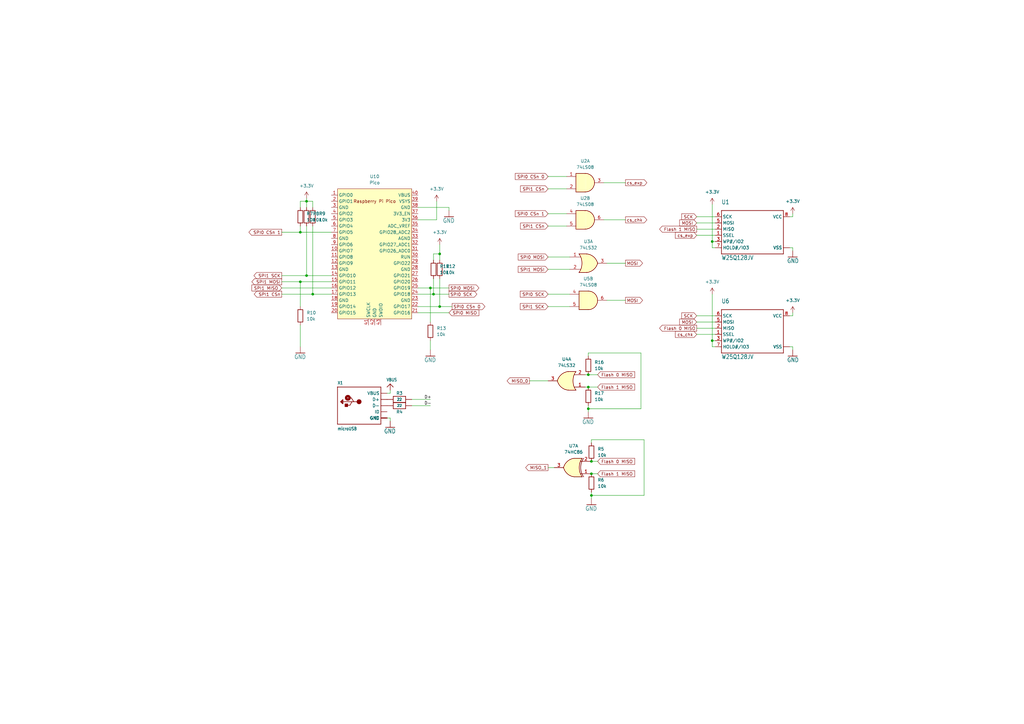
<source format=kicad_sch>
(kicad_sch (version 20230121) (generator eeschema)

  (uuid 7d3efd5b-bea2-41c4-a53c-216eead1defc)

  (paper "A3")

  (lib_symbols
    (symbol "74xx:74HC86" (pin_names (offset 1.016)) (in_bom yes) (on_board yes)
      (property "Reference" "U" (at 0 1.27 0)
        (effects (font (size 1.27 1.27)))
      )
      (property "Value" "74HC86" (at 0 -1.27 0)
        (effects (font (size 1.27 1.27)))
      )
      (property "Footprint" "" (at 0 0 0)
        (effects (font (size 1.27 1.27)) hide)
      )
      (property "Datasheet" "http://www.ti.com/lit/gpn/sn74HC86" (at 0 0 0)
        (effects (font (size 1.27 1.27)) hide)
      )
      (property "ki_locked" "" (at 0 0 0)
        (effects (font (size 1.27 1.27)))
      )
      (property "ki_keywords" "TTL XOR2" (at 0 0 0)
        (effects (font (size 1.27 1.27)) hide)
      )
      (property "ki_description" "Quad 2-input XOR" (at 0 0 0)
        (effects (font (size 1.27 1.27)) hide)
      )
      (property "ki_fp_filters" "DIP*W7.62mm*" (at 0 0 0)
        (effects (font (size 1.27 1.27)) hide)
      )
      (symbol "74HC86_1_0"
        (arc (start -4.4196 -3.81) (mid -3.2033 0) (end -4.4196 3.81)
          (stroke (width 0.254) (type default))
          (fill (type none))
        )
        (arc (start -3.81 -3.81) (mid -2.589 0) (end -3.81 3.81)
          (stroke (width 0.254) (type default))
          (fill (type none))
        )
        (arc (start -0.6096 -3.81) (mid 2.1842 -2.5851) (end 3.81 0)
          (stroke (width 0.254) (type default))
          (fill (type background))
        )
        (polyline
          (pts
            (xy -3.81 -3.81)
            (xy -0.635 -3.81)
          )
          (stroke (width 0.254) (type default))
          (fill (type background))
        )
        (polyline
          (pts
            (xy -3.81 3.81)
            (xy -0.635 3.81)
          )
          (stroke (width 0.254) (type default))
          (fill (type background))
        )
        (polyline
          (pts
            (xy -0.635 3.81)
            (xy -3.81 3.81)
            (xy -3.81 3.81)
            (xy -3.556 3.4036)
            (xy -3.0226 2.2606)
            (xy -2.6924 1.0414)
            (xy -2.6162 -0.254)
            (xy -2.7686 -1.4986)
            (xy -3.175 -2.7178)
            (xy -3.81 -3.81)
            (xy -3.81 -3.81)
            (xy -0.635 -3.81)
          )
          (stroke (width -25.4) (type default))
          (fill (type background))
        )
        (arc (start 3.81 0) (mid 2.1915 2.5936) (end -0.6096 3.81)
          (stroke (width 0.254) (type default))
          (fill (type background))
        )
        (pin input line (at -7.62 2.54 0) (length 4.445)
          (name "~" (effects (font (size 1.27 1.27))))
          (number "1" (effects (font (size 1.27 1.27))))
        )
        (pin input line (at -7.62 -2.54 0) (length 4.445)
          (name "~" (effects (font (size 1.27 1.27))))
          (number "2" (effects (font (size 1.27 1.27))))
        )
        (pin output line (at 7.62 0 180) (length 3.81)
          (name "~" (effects (font (size 1.27 1.27))))
          (number "3" (effects (font (size 1.27 1.27))))
        )
      )
      (symbol "74HC86_1_1"
        (polyline
          (pts
            (xy -3.81 -2.54)
            (xy -3.175 -2.54)
          )
          (stroke (width 0.1524) (type default))
          (fill (type none))
        )
        (polyline
          (pts
            (xy -3.81 2.54)
            (xy -3.175 2.54)
          )
          (stroke (width 0.1524) (type default))
          (fill (type none))
        )
      )
      (symbol "74HC86_2_0"
        (arc (start -4.4196 -3.81) (mid -3.2033 0) (end -4.4196 3.81)
          (stroke (width 0.254) (type default))
          (fill (type none))
        )
        (arc (start -3.81 -3.81) (mid -2.589 0) (end -3.81 3.81)
          (stroke (width 0.254) (type default))
          (fill (type none))
        )
        (arc (start -0.6096 -3.81) (mid 2.1842 -2.5851) (end 3.81 0)
          (stroke (width 0.254) (type default))
          (fill (type background))
        )
        (polyline
          (pts
            (xy -3.81 -3.81)
            (xy -0.635 -3.81)
          )
          (stroke (width 0.254) (type default))
          (fill (type background))
        )
        (polyline
          (pts
            (xy -3.81 3.81)
            (xy -0.635 3.81)
          )
          (stroke (width 0.254) (type default))
          (fill (type background))
        )
        (polyline
          (pts
            (xy -0.635 3.81)
            (xy -3.81 3.81)
            (xy -3.81 3.81)
            (xy -3.556 3.4036)
            (xy -3.0226 2.2606)
            (xy -2.6924 1.0414)
            (xy -2.6162 -0.254)
            (xy -2.7686 -1.4986)
            (xy -3.175 -2.7178)
            (xy -3.81 -3.81)
            (xy -3.81 -3.81)
            (xy -0.635 -3.81)
          )
          (stroke (width -25.4) (type default))
          (fill (type background))
        )
        (arc (start 3.81 0) (mid 2.1915 2.5936) (end -0.6096 3.81)
          (stroke (width 0.254) (type default))
          (fill (type background))
        )
        (pin input line (at -7.62 2.54 0) (length 4.445)
          (name "~" (effects (font (size 1.27 1.27))))
          (number "4" (effects (font (size 1.27 1.27))))
        )
        (pin input line (at -7.62 -2.54 0) (length 4.445)
          (name "~" (effects (font (size 1.27 1.27))))
          (number "5" (effects (font (size 1.27 1.27))))
        )
        (pin output line (at 7.62 0 180) (length 3.81)
          (name "~" (effects (font (size 1.27 1.27))))
          (number "6" (effects (font (size 1.27 1.27))))
        )
      )
      (symbol "74HC86_2_1"
        (polyline
          (pts
            (xy -3.81 -2.54)
            (xy -3.175 -2.54)
          )
          (stroke (width 0.1524) (type default))
          (fill (type none))
        )
        (polyline
          (pts
            (xy -3.81 2.54)
            (xy -3.175 2.54)
          )
          (stroke (width 0.1524) (type default))
          (fill (type none))
        )
      )
      (symbol "74HC86_3_0"
        (arc (start -4.4196 -3.81) (mid -3.2033 0) (end -4.4196 3.81)
          (stroke (width 0.254) (type default))
          (fill (type none))
        )
        (arc (start -3.81 -3.81) (mid -2.589 0) (end -3.81 3.81)
          (stroke (width 0.254) (type default))
          (fill (type none))
        )
        (arc (start -0.6096 -3.81) (mid 2.1842 -2.5851) (end 3.81 0)
          (stroke (width 0.254) (type default))
          (fill (type background))
        )
        (polyline
          (pts
            (xy -3.81 -3.81)
            (xy -0.635 -3.81)
          )
          (stroke (width 0.254) (type default))
          (fill (type background))
        )
        (polyline
          (pts
            (xy -3.81 3.81)
            (xy -0.635 3.81)
          )
          (stroke (width 0.254) (type default))
          (fill (type background))
        )
        (polyline
          (pts
            (xy -0.635 3.81)
            (xy -3.81 3.81)
            (xy -3.81 3.81)
            (xy -3.556 3.4036)
            (xy -3.0226 2.2606)
            (xy -2.6924 1.0414)
            (xy -2.6162 -0.254)
            (xy -2.7686 -1.4986)
            (xy -3.175 -2.7178)
            (xy -3.81 -3.81)
            (xy -3.81 -3.81)
            (xy -0.635 -3.81)
          )
          (stroke (width -25.4) (type default))
          (fill (type background))
        )
        (arc (start 3.81 0) (mid 2.1915 2.5936) (end -0.6096 3.81)
          (stroke (width 0.254) (type default))
          (fill (type background))
        )
        (pin input line (at -7.62 -2.54 0) (length 4.445)
          (name "~" (effects (font (size 1.27 1.27))))
          (number "10" (effects (font (size 1.27 1.27))))
        )
        (pin output line (at 7.62 0 180) (length 3.81)
          (name "~" (effects (font (size 1.27 1.27))))
          (number "8" (effects (font (size 1.27 1.27))))
        )
        (pin input line (at -7.62 2.54 0) (length 4.445)
          (name "~" (effects (font (size 1.27 1.27))))
          (number "9" (effects (font (size 1.27 1.27))))
        )
      )
      (symbol "74HC86_3_1"
        (polyline
          (pts
            (xy -3.81 -2.54)
            (xy -3.175 -2.54)
          )
          (stroke (width 0.1524) (type default))
          (fill (type none))
        )
        (polyline
          (pts
            (xy -3.81 2.54)
            (xy -3.175 2.54)
          )
          (stroke (width 0.1524) (type default))
          (fill (type none))
        )
      )
      (symbol "74HC86_4_0"
        (arc (start -4.4196 -3.81) (mid -3.2033 0) (end -4.4196 3.81)
          (stroke (width 0.254) (type default))
          (fill (type none))
        )
        (arc (start -3.81 -3.81) (mid -2.589 0) (end -3.81 3.81)
          (stroke (width 0.254) (type default))
          (fill (type none))
        )
        (arc (start -0.6096 -3.81) (mid 2.1842 -2.5851) (end 3.81 0)
          (stroke (width 0.254) (type default))
          (fill (type background))
        )
        (polyline
          (pts
            (xy -3.81 -3.81)
            (xy -0.635 -3.81)
          )
          (stroke (width 0.254) (type default))
          (fill (type background))
        )
        (polyline
          (pts
            (xy -3.81 3.81)
            (xy -0.635 3.81)
          )
          (stroke (width 0.254) (type default))
          (fill (type background))
        )
        (polyline
          (pts
            (xy -0.635 3.81)
            (xy -3.81 3.81)
            (xy -3.81 3.81)
            (xy -3.556 3.4036)
            (xy -3.0226 2.2606)
            (xy -2.6924 1.0414)
            (xy -2.6162 -0.254)
            (xy -2.7686 -1.4986)
            (xy -3.175 -2.7178)
            (xy -3.81 -3.81)
            (xy -3.81 -3.81)
            (xy -0.635 -3.81)
          )
          (stroke (width -25.4) (type default))
          (fill (type background))
        )
        (arc (start 3.81 0) (mid 2.1915 2.5936) (end -0.6096 3.81)
          (stroke (width 0.254) (type default))
          (fill (type background))
        )
        (pin output line (at 7.62 0 180) (length 3.81)
          (name "~" (effects (font (size 1.27 1.27))))
          (number "11" (effects (font (size 1.27 1.27))))
        )
        (pin input line (at -7.62 2.54 0) (length 4.445)
          (name "~" (effects (font (size 1.27 1.27))))
          (number "12" (effects (font (size 1.27 1.27))))
        )
        (pin input line (at -7.62 -2.54 0) (length 4.445)
          (name "~" (effects (font (size 1.27 1.27))))
          (number "13" (effects (font (size 1.27 1.27))))
        )
      )
      (symbol "74HC86_4_1"
        (polyline
          (pts
            (xy -3.81 -2.54)
            (xy -3.175 -2.54)
          )
          (stroke (width 0.1524) (type default))
          (fill (type none))
        )
        (polyline
          (pts
            (xy -3.81 2.54)
            (xy -3.175 2.54)
          )
          (stroke (width 0.1524) (type default))
          (fill (type none))
        )
      )
      (symbol "74HC86_5_0"
        (pin power_in line (at 0 12.7 270) (length 5.08)
          (name "VCC" (effects (font (size 1.27 1.27))))
          (number "14" (effects (font (size 1.27 1.27))))
        )
        (pin power_in line (at 0 -12.7 90) (length 5.08)
          (name "GND" (effects (font (size 1.27 1.27))))
          (number "7" (effects (font (size 1.27 1.27))))
        )
      )
      (symbol "74HC86_5_1"
        (rectangle (start -5.08 7.62) (end 5.08 -7.62)
          (stroke (width 0.254) (type default))
          (fill (type background))
        )
      )
    )
    (symbol "74xx:74LS08" (pin_names (offset 1.016)) (in_bom yes) (on_board yes)
      (property "Reference" "U" (at 0 1.27 0)
        (effects (font (size 1.27 1.27)))
      )
      (property "Value" "74LS08" (at 0 -1.27 0)
        (effects (font (size 1.27 1.27)))
      )
      (property "Footprint" "" (at 0 0 0)
        (effects (font (size 1.27 1.27)) hide)
      )
      (property "Datasheet" "http://www.ti.com/lit/gpn/sn74LS08" (at 0 0 0)
        (effects (font (size 1.27 1.27)) hide)
      )
      (property "ki_locked" "" (at 0 0 0)
        (effects (font (size 1.27 1.27)))
      )
      (property "ki_keywords" "TTL and2" (at 0 0 0)
        (effects (font (size 1.27 1.27)) hide)
      )
      (property "ki_description" "Quad And2" (at 0 0 0)
        (effects (font (size 1.27 1.27)) hide)
      )
      (property "ki_fp_filters" "DIP*W7.62mm*" (at 0 0 0)
        (effects (font (size 1.27 1.27)) hide)
      )
      (symbol "74LS08_1_1"
        (arc (start 0 -3.81) (mid 3.7934 0) (end 0 3.81)
          (stroke (width 0.254) (type default))
          (fill (type background))
        )
        (polyline
          (pts
            (xy 0 3.81)
            (xy -3.81 3.81)
            (xy -3.81 -3.81)
            (xy 0 -3.81)
          )
          (stroke (width 0.254) (type default))
          (fill (type background))
        )
        (pin input line (at -7.62 2.54 0) (length 3.81)
          (name "~" (effects (font (size 1.27 1.27))))
          (number "1" (effects (font (size 1.27 1.27))))
        )
        (pin input line (at -7.62 -2.54 0) (length 3.81)
          (name "~" (effects (font (size 1.27 1.27))))
          (number "2" (effects (font (size 1.27 1.27))))
        )
        (pin output line (at 7.62 0 180) (length 3.81)
          (name "~" (effects (font (size 1.27 1.27))))
          (number "3" (effects (font (size 1.27 1.27))))
        )
      )
      (symbol "74LS08_1_2"
        (arc (start -3.81 -3.81) (mid -2.589 0) (end -3.81 3.81)
          (stroke (width 0.254) (type default))
          (fill (type none))
        )
        (arc (start -0.6096 -3.81) (mid 2.1842 -2.5851) (end 3.81 0)
          (stroke (width 0.254) (type default))
          (fill (type background))
        )
        (polyline
          (pts
            (xy -3.81 -3.81)
            (xy -0.635 -3.81)
          )
          (stroke (width 0.254) (type default))
          (fill (type background))
        )
        (polyline
          (pts
            (xy -3.81 3.81)
            (xy -0.635 3.81)
          )
          (stroke (width 0.254) (type default))
          (fill (type background))
        )
        (polyline
          (pts
            (xy -0.635 3.81)
            (xy -3.81 3.81)
            (xy -3.81 3.81)
            (xy -3.556 3.4036)
            (xy -3.0226 2.2606)
            (xy -2.6924 1.0414)
            (xy -2.6162 -0.254)
            (xy -2.7686 -1.4986)
            (xy -3.175 -2.7178)
            (xy -3.81 -3.81)
            (xy -3.81 -3.81)
            (xy -0.635 -3.81)
          )
          (stroke (width -25.4) (type default))
          (fill (type background))
        )
        (arc (start 3.81 0) (mid 2.1915 2.5936) (end -0.6096 3.81)
          (stroke (width 0.254) (type default))
          (fill (type background))
        )
        (pin input inverted (at -7.62 2.54 0) (length 4.318)
          (name "~" (effects (font (size 1.27 1.27))))
          (number "1" (effects (font (size 1.27 1.27))))
        )
        (pin input inverted (at -7.62 -2.54 0) (length 4.318)
          (name "~" (effects (font (size 1.27 1.27))))
          (number "2" (effects (font (size 1.27 1.27))))
        )
        (pin output inverted (at 7.62 0 180) (length 3.81)
          (name "~" (effects (font (size 1.27 1.27))))
          (number "3" (effects (font (size 1.27 1.27))))
        )
      )
      (symbol "74LS08_2_1"
        (arc (start 0 -3.81) (mid 3.7934 0) (end 0 3.81)
          (stroke (width 0.254) (type default))
          (fill (type background))
        )
        (polyline
          (pts
            (xy 0 3.81)
            (xy -3.81 3.81)
            (xy -3.81 -3.81)
            (xy 0 -3.81)
          )
          (stroke (width 0.254) (type default))
          (fill (type background))
        )
        (pin input line (at -7.62 2.54 0) (length 3.81)
          (name "~" (effects (font (size 1.27 1.27))))
          (number "4" (effects (font (size 1.27 1.27))))
        )
        (pin input line (at -7.62 -2.54 0) (length 3.81)
          (name "~" (effects (font (size 1.27 1.27))))
          (number "5" (effects (font (size 1.27 1.27))))
        )
        (pin output line (at 7.62 0 180) (length 3.81)
          (name "~" (effects (font (size 1.27 1.27))))
          (number "6" (effects (font (size 1.27 1.27))))
        )
      )
      (symbol "74LS08_2_2"
        (arc (start -3.81 -3.81) (mid -2.589 0) (end -3.81 3.81)
          (stroke (width 0.254) (type default))
          (fill (type none))
        )
        (arc (start -0.6096 -3.81) (mid 2.1842 -2.5851) (end 3.81 0)
          (stroke (width 0.254) (type default))
          (fill (type background))
        )
        (polyline
          (pts
            (xy -3.81 -3.81)
            (xy -0.635 -3.81)
          )
          (stroke (width 0.254) (type default))
          (fill (type background))
        )
        (polyline
          (pts
            (xy -3.81 3.81)
            (xy -0.635 3.81)
          )
          (stroke (width 0.254) (type default))
          (fill (type background))
        )
        (polyline
          (pts
            (xy -0.635 3.81)
            (xy -3.81 3.81)
            (xy -3.81 3.81)
            (xy -3.556 3.4036)
            (xy -3.0226 2.2606)
            (xy -2.6924 1.0414)
            (xy -2.6162 -0.254)
            (xy -2.7686 -1.4986)
            (xy -3.175 -2.7178)
            (xy -3.81 -3.81)
            (xy -3.81 -3.81)
            (xy -0.635 -3.81)
          )
          (stroke (width -25.4) (type default))
          (fill (type background))
        )
        (arc (start 3.81 0) (mid 2.1915 2.5936) (end -0.6096 3.81)
          (stroke (width 0.254) (type default))
          (fill (type background))
        )
        (pin input inverted (at -7.62 2.54 0) (length 4.318)
          (name "~" (effects (font (size 1.27 1.27))))
          (number "4" (effects (font (size 1.27 1.27))))
        )
        (pin input inverted (at -7.62 -2.54 0) (length 4.318)
          (name "~" (effects (font (size 1.27 1.27))))
          (number "5" (effects (font (size 1.27 1.27))))
        )
        (pin output inverted (at 7.62 0 180) (length 3.81)
          (name "~" (effects (font (size 1.27 1.27))))
          (number "6" (effects (font (size 1.27 1.27))))
        )
      )
      (symbol "74LS08_3_1"
        (arc (start 0 -3.81) (mid 3.7934 0) (end 0 3.81)
          (stroke (width 0.254) (type default))
          (fill (type background))
        )
        (polyline
          (pts
            (xy 0 3.81)
            (xy -3.81 3.81)
            (xy -3.81 -3.81)
            (xy 0 -3.81)
          )
          (stroke (width 0.254) (type default))
          (fill (type background))
        )
        (pin input line (at -7.62 -2.54 0) (length 3.81)
          (name "~" (effects (font (size 1.27 1.27))))
          (number "10" (effects (font (size 1.27 1.27))))
        )
        (pin output line (at 7.62 0 180) (length 3.81)
          (name "~" (effects (font (size 1.27 1.27))))
          (number "8" (effects (font (size 1.27 1.27))))
        )
        (pin input line (at -7.62 2.54 0) (length 3.81)
          (name "~" (effects (font (size 1.27 1.27))))
          (number "9" (effects (font (size 1.27 1.27))))
        )
      )
      (symbol "74LS08_3_2"
        (arc (start -3.81 -3.81) (mid -2.589 0) (end -3.81 3.81)
          (stroke (width 0.254) (type default))
          (fill (type none))
        )
        (arc (start -0.6096 -3.81) (mid 2.1842 -2.5851) (end 3.81 0)
          (stroke (width 0.254) (type default))
          (fill (type background))
        )
        (polyline
          (pts
            (xy -3.81 -3.81)
            (xy -0.635 -3.81)
          )
          (stroke (width 0.254) (type default))
          (fill (type background))
        )
        (polyline
          (pts
            (xy -3.81 3.81)
            (xy -0.635 3.81)
          )
          (stroke (width 0.254) (type default))
          (fill (type background))
        )
        (polyline
          (pts
            (xy -0.635 3.81)
            (xy -3.81 3.81)
            (xy -3.81 3.81)
            (xy -3.556 3.4036)
            (xy -3.0226 2.2606)
            (xy -2.6924 1.0414)
            (xy -2.6162 -0.254)
            (xy -2.7686 -1.4986)
            (xy -3.175 -2.7178)
            (xy -3.81 -3.81)
            (xy -3.81 -3.81)
            (xy -0.635 -3.81)
          )
          (stroke (width -25.4) (type default))
          (fill (type background))
        )
        (arc (start 3.81 0) (mid 2.1915 2.5936) (end -0.6096 3.81)
          (stroke (width 0.254) (type default))
          (fill (type background))
        )
        (pin input inverted (at -7.62 -2.54 0) (length 4.318)
          (name "~" (effects (font (size 1.27 1.27))))
          (number "10" (effects (font (size 1.27 1.27))))
        )
        (pin output inverted (at 7.62 0 180) (length 3.81)
          (name "~" (effects (font (size 1.27 1.27))))
          (number "8" (effects (font (size 1.27 1.27))))
        )
        (pin input inverted (at -7.62 2.54 0) (length 4.318)
          (name "~" (effects (font (size 1.27 1.27))))
          (number "9" (effects (font (size 1.27 1.27))))
        )
      )
      (symbol "74LS08_4_1"
        (arc (start 0 -3.81) (mid 3.7934 0) (end 0 3.81)
          (stroke (width 0.254) (type default))
          (fill (type background))
        )
        (polyline
          (pts
            (xy 0 3.81)
            (xy -3.81 3.81)
            (xy -3.81 -3.81)
            (xy 0 -3.81)
          )
          (stroke (width 0.254) (type default))
          (fill (type background))
        )
        (pin output line (at 7.62 0 180) (length 3.81)
          (name "~" (effects (font (size 1.27 1.27))))
          (number "11" (effects (font (size 1.27 1.27))))
        )
        (pin input line (at -7.62 2.54 0) (length 3.81)
          (name "~" (effects (font (size 1.27 1.27))))
          (number "12" (effects (font (size 1.27 1.27))))
        )
        (pin input line (at -7.62 -2.54 0) (length 3.81)
          (name "~" (effects (font (size 1.27 1.27))))
          (number "13" (effects (font (size 1.27 1.27))))
        )
      )
      (symbol "74LS08_4_2"
        (arc (start -3.81 -3.81) (mid -2.589 0) (end -3.81 3.81)
          (stroke (width 0.254) (type default))
          (fill (type none))
        )
        (arc (start -0.6096 -3.81) (mid 2.1842 -2.5851) (end 3.81 0)
          (stroke (width 0.254) (type default))
          (fill (type background))
        )
        (polyline
          (pts
            (xy -3.81 -3.81)
            (xy -0.635 -3.81)
          )
          (stroke (width 0.254) (type default))
          (fill (type background))
        )
        (polyline
          (pts
            (xy -3.81 3.81)
            (xy -0.635 3.81)
          )
          (stroke (width 0.254) (type default))
          (fill (type background))
        )
        (polyline
          (pts
            (xy -0.635 3.81)
            (xy -3.81 3.81)
            (xy -3.81 3.81)
            (xy -3.556 3.4036)
            (xy -3.0226 2.2606)
            (xy -2.6924 1.0414)
            (xy -2.6162 -0.254)
            (xy -2.7686 -1.4986)
            (xy -3.175 -2.7178)
            (xy -3.81 -3.81)
            (xy -3.81 -3.81)
            (xy -0.635 -3.81)
          )
          (stroke (width -25.4) (type default))
          (fill (type background))
        )
        (arc (start 3.81 0) (mid 2.1915 2.5936) (end -0.6096 3.81)
          (stroke (width 0.254) (type default))
          (fill (type background))
        )
        (pin output inverted (at 7.62 0 180) (length 3.81)
          (name "~" (effects (font (size 1.27 1.27))))
          (number "11" (effects (font (size 1.27 1.27))))
        )
        (pin input inverted (at -7.62 2.54 0) (length 4.318)
          (name "~" (effects (font (size 1.27 1.27))))
          (number "12" (effects (font (size 1.27 1.27))))
        )
        (pin input inverted (at -7.62 -2.54 0) (length 4.318)
          (name "~" (effects (font (size 1.27 1.27))))
          (number "13" (effects (font (size 1.27 1.27))))
        )
      )
      (symbol "74LS08_5_0"
        (pin power_in line (at 0 12.7 270) (length 5.08)
          (name "VCC" (effects (font (size 1.27 1.27))))
          (number "14" (effects (font (size 1.27 1.27))))
        )
        (pin power_in line (at 0 -12.7 90) (length 5.08)
          (name "GND" (effects (font (size 1.27 1.27))))
          (number "7" (effects (font (size 1.27 1.27))))
        )
      )
      (symbol "74LS08_5_1"
        (rectangle (start -5.08 7.62) (end 5.08 -7.62)
          (stroke (width 0.254) (type default))
          (fill (type background))
        )
      )
    )
    (symbol "74xx:74LS32" (pin_names (offset 1.016)) (in_bom yes) (on_board yes)
      (property "Reference" "U" (at 0 1.27 0)
        (effects (font (size 1.27 1.27)))
      )
      (property "Value" "74LS32" (at 0 -1.27 0)
        (effects (font (size 1.27 1.27)))
      )
      (property "Footprint" "" (at 0 0 0)
        (effects (font (size 1.27 1.27)) hide)
      )
      (property "Datasheet" "http://www.ti.com/lit/gpn/sn74LS32" (at 0 0 0)
        (effects (font (size 1.27 1.27)) hide)
      )
      (property "ki_locked" "" (at 0 0 0)
        (effects (font (size 1.27 1.27)))
      )
      (property "ki_keywords" "TTL Or2" (at 0 0 0)
        (effects (font (size 1.27 1.27)) hide)
      )
      (property "ki_description" "Quad 2-input OR" (at 0 0 0)
        (effects (font (size 1.27 1.27)) hide)
      )
      (property "ki_fp_filters" "DIP?14*" (at 0 0 0)
        (effects (font (size 1.27 1.27)) hide)
      )
      (symbol "74LS32_1_1"
        (arc (start -3.81 -3.81) (mid -2.589 0) (end -3.81 3.81)
          (stroke (width 0.254) (type default))
          (fill (type none))
        )
        (arc (start -0.6096 -3.81) (mid 2.1842 -2.5851) (end 3.81 0)
          (stroke (width 0.254) (type default))
          (fill (type background))
        )
        (polyline
          (pts
            (xy -3.81 -3.81)
            (xy -0.635 -3.81)
          )
          (stroke (width 0.254) (type default))
          (fill (type background))
        )
        (polyline
          (pts
            (xy -3.81 3.81)
            (xy -0.635 3.81)
          )
          (stroke (width 0.254) (type default))
          (fill (type background))
        )
        (polyline
          (pts
            (xy -0.635 3.81)
            (xy -3.81 3.81)
            (xy -3.81 3.81)
            (xy -3.556 3.4036)
            (xy -3.0226 2.2606)
            (xy -2.6924 1.0414)
            (xy -2.6162 -0.254)
            (xy -2.7686 -1.4986)
            (xy -3.175 -2.7178)
            (xy -3.81 -3.81)
            (xy -3.81 -3.81)
            (xy -0.635 -3.81)
          )
          (stroke (width -25.4) (type default))
          (fill (type background))
        )
        (arc (start 3.81 0) (mid 2.1915 2.5936) (end -0.6096 3.81)
          (stroke (width 0.254) (type default))
          (fill (type background))
        )
        (pin input line (at -7.62 2.54 0) (length 4.318)
          (name "~" (effects (font (size 1.27 1.27))))
          (number "1" (effects (font (size 1.27 1.27))))
        )
        (pin input line (at -7.62 -2.54 0) (length 4.318)
          (name "~" (effects (font (size 1.27 1.27))))
          (number "2" (effects (font (size 1.27 1.27))))
        )
        (pin output line (at 7.62 0 180) (length 3.81)
          (name "~" (effects (font (size 1.27 1.27))))
          (number "3" (effects (font (size 1.27 1.27))))
        )
      )
      (symbol "74LS32_1_2"
        (arc (start 0 -3.81) (mid 3.7934 0) (end 0 3.81)
          (stroke (width 0.254) (type default))
          (fill (type background))
        )
        (polyline
          (pts
            (xy 0 3.81)
            (xy -3.81 3.81)
            (xy -3.81 -3.81)
            (xy 0 -3.81)
          )
          (stroke (width 0.254) (type default))
          (fill (type background))
        )
        (pin input inverted (at -7.62 2.54 0) (length 3.81)
          (name "~" (effects (font (size 1.27 1.27))))
          (number "1" (effects (font (size 1.27 1.27))))
        )
        (pin input inverted (at -7.62 -2.54 0) (length 3.81)
          (name "~" (effects (font (size 1.27 1.27))))
          (number "2" (effects (font (size 1.27 1.27))))
        )
        (pin output inverted (at 7.62 0 180) (length 3.81)
          (name "~" (effects (font (size 1.27 1.27))))
          (number "3" (effects (font (size 1.27 1.27))))
        )
      )
      (symbol "74LS32_2_1"
        (arc (start -3.81 -3.81) (mid -2.589 0) (end -3.81 3.81)
          (stroke (width 0.254) (type default))
          (fill (type none))
        )
        (arc (start -0.6096 -3.81) (mid 2.1842 -2.5851) (end 3.81 0)
          (stroke (width 0.254) (type default))
          (fill (type background))
        )
        (polyline
          (pts
            (xy -3.81 -3.81)
            (xy -0.635 -3.81)
          )
          (stroke (width 0.254) (type default))
          (fill (type background))
        )
        (polyline
          (pts
            (xy -3.81 3.81)
            (xy -0.635 3.81)
          )
          (stroke (width 0.254) (type default))
          (fill (type background))
        )
        (polyline
          (pts
            (xy -0.635 3.81)
            (xy -3.81 3.81)
            (xy -3.81 3.81)
            (xy -3.556 3.4036)
            (xy -3.0226 2.2606)
            (xy -2.6924 1.0414)
            (xy -2.6162 -0.254)
            (xy -2.7686 -1.4986)
            (xy -3.175 -2.7178)
            (xy -3.81 -3.81)
            (xy -3.81 -3.81)
            (xy -0.635 -3.81)
          )
          (stroke (width -25.4) (type default))
          (fill (type background))
        )
        (arc (start 3.81 0) (mid 2.1915 2.5936) (end -0.6096 3.81)
          (stroke (width 0.254) (type default))
          (fill (type background))
        )
        (pin input line (at -7.62 2.54 0) (length 4.318)
          (name "~" (effects (font (size 1.27 1.27))))
          (number "4" (effects (font (size 1.27 1.27))))
        )
        (pin input line (at -7.62 -2.54 0) (length 4.318)
          (name "~" (effects (font (size 1.27 1.27))))
          (number "5" (effects (font (size 1.27 1.27))))
        )
        (pin output line (at 7.62 0 180) (length 3.81)
          (name "~" (effects (font (size 1.27 1.27))))
          (number "6" (effects (font (size 1.27 1.27))))
        )
      )
      (symbol "74LS32_2_2"
        (arc (start 0 -3.81) (mid 3.7934 0) (end 0 3.81)
          (stroke (width 0.254) (type default))
          (fill (type background))
        )
        (polyline
          (pts
            (xy 0 3.81)
            (xy -3.81 3.81)
            (xy -3.81 -3.81)
            (xy 0 -3.81)
          )
          (stroke (width 0.254) (type default))
          (fill (type background))
        )
        (pin input inverted (at -7.62 2.54 0) (length 3.81)
          (name "~" (effects (font (size 1.27 1.27))))
          (number "4" (effects (font (size 1.27 1.27))))
        )
        (pin input inverted (at -7.62 -2.54 0) (length 3.81)
          (name "~" (effects (font (size 1.27 1.27))))
          (number "5" (effects (font (size 1.27 1.27))))
        )
        (pin output inverted (at 7.62 0 180) (length 3.81)
          (name "~" (effects (font (size 1.27 1.27))))
          (number "6" (effects (font (size 1.27 1.27))))
        )
      )
      (symbol "74LS32_3_1"
        (arc (start -3.81 -3.81) (mid -2.589 0) (end -3.81 3.81)
          (stroke (width 0.254) (type default))
          (fill (type none))
        )
        (arc (start -0.6096 -3.81) (mid 2.1842 -2.5851) (end 3.81 0)
          (stroke (width 0.254) (type default))
          (fill (type background))
        )
        (polyline
          (pts
            (xy -3.81 -3.81)
            (xy -0.635 -3.81)
          )
          (stroke (width 0.254) (type default))
          (fill (type background))
        )
        (polyline
          (pts
            (xy -3.81 3.81)
            (xy -0.635 3.81)
          )
          (stroke (width 0.254) (type default))
          (fill (type background))
        )
        (polyline
          (pts
            (xy -0.635 3.81)
            (xy -3.81 3.81)
            (xy -3.81 3.81)
            (xy -3.556 3.4036)
            (xy -3.0226 2.2606)
            (xy -2.6924 1.0414)
            (xy -2.6162 -0.254)
            (xy -2.7686 -1.4986)
            (xy -3.175 -2.7178)
            (xy -3.81 -3.81)
            (xy -3.81 -3.81)
            (xy -0.635 -3.81)
          )
          (stroke (width -25.4) (type default))
          (fill (type background))
        )
        (arc (start 3.81 0) (mid 2.1915 2.5936) (end -0.6096 3.81)
          (stroke (width 0.254) (type default))
          (fill (type background))
        )
        (pin input line (at -7.62 -2.54 0) (length 4.318)
          (name "~" (effects (font (size 1.27 1.27))))
          (number "10" (effects (font (size 1.27 1.27))))
        )
        (pin output line (at 7.62 0 180) (length 3.81)
          (name "~" (effects (font (size 1.27 1.27))))
          (number "8" (effects (font (size 1.27 1.27))))
        )
        (pin input line (at -7.62 2.54 0) (length 4.318)
          (name "~" (effects (font (size 1.27 1.27))))
          (number "9" (effects (font (size 1.27 1.27))))
        )
      )
      (symbol "74LS32_3_2"
        (arc (start 0 -3.81) (mid 3.7934 0) (end 0 3.81)
          (stroke (width 0.254) (type default))
          (fill (type background))
        )
        (polyline
          (pts
            (xy 0 3.81)
            (xy -3.81 3.81)
            (xy -3.81 -3.81)
            (xy 0 -3.81)
          )
          (stroke (width 0.254) (type default))
          (fill (type background))
        )
        (pin input inverted (at -7.62 -2.54 0) (length 3.81)
          (name "~" (effects (font (size 1.27 1.27))))
          (number "10" (effects (font (size 1.27 1.27))))
        )
        (pin output inverted (at 7.62 0 180) (length 3.81)
          (name "~" (effects (font (size 1.27 1.27))))
          (number "8" (effects (font (size 1.27 1.27))))
        )
        (pin input inverted (at -7.62 2.54 0) (length 3.81)
          (name "~" (effects (font (size 1.27 1.27))))
          (number "9" (effects (font (size 1.27 1.27))))
        )
      )
      (symbol "74LS32_4_1"
        (arc (start -3.81 -3.81) (mid -2.589 0) (end -3.81 3.81)
          (stroke (width 0.254) (type default))
          (fill (type none))
        )
        (arc (start -0.6096 -3.81) (mid 2.1842 -2.5851) (end 3.81 0)
          (stroke (width 0.254) (type default))
          (fill (type background))
        )
        (polyline
          (pts
            (xy -3.81 -3.81)
            (xy -0.635 -3.81)
          )
          (stroke (width 0.254) (type default))
          (fill (type background))
        )
        (polyline
          (pts
            (xy -3.81 3.81)
            (xy -0.635 3.81)
          )
          (stroke (width 0.254) (type default))
          (fill (type background))
        )
        (polyline
          (pts
            (xy -0.635 3.81)
            (xy -3.81 3.81)
            (xy -3.81 3.81)
            (xy -3.556 3.4036)
            (xy -3.0226 2.2606)
            (xy -2.6924 1.0414)
            (xy -2.6162 -0.254)
            (xy -2.7686 -1.4986)
            (xy -3.175 -2.7178)
            (xy -3.81 -3.81)
            (xy -3.81 -3.81)
            (xy -0.635 -3.81)
          )
          (stroke (width -25.4) (type default))
          (fill (type background))
        )
        (arc (start 3.81 0) (mid 2.1915 2.5936) (end -0.6096 3.81)
          (stroke (width 0.254) (type default))
          (fill (type background))
        )
        (pin output line (at 7.62 0 180) (length 3.81)
          (name "~" (effects (font (size 1.27 1.27))))
          (number "11" (effects (font (size 1.27 1.27))))
        )
        (pin input line (at -7.62 2.54 0) (length 4.318)
          (name "~" (effects (font (size 1.27 1.27))))
          (number "12" (effects (font (size 1.27 1.27))))
        )
        (pin input line (at -7.62 -2.54 0) (length 4.318)
          (name "~" (effects (font (size 1.27 1.27))))
          (number "13" (effects (font (size 1.27 1.27))))
        )
      )
      (symbol "74LS32_4_2"
        (arc (start 0 -3.81) (mid 3.7934 0) (end 0 3.81)
          (stroke (width 0.254) (type default))
          (fill (type background))
        )
        (polyline
          (pts
            (xy 0 3.81)
            (xy -3.81 3.81)
            (xy -3.81 -3.81)
            (xy 0 -3.81)
          )
          (stroke (width 0.254) (type default))
          (fill (type background))
        )
        (pin output inverted (at 7.62 0 180) (length 3.81)
          (name "~" (effects (font (size 1.27 1.27))))
          (number "11" (effects (font (size 1.27 1.27))))
        )
        (pin input inverted (at -7.62 2.54 0) (length 3.81)
          (name "~" (effects (font (size 1.27 1.27))))
          (number "12" (effects (font (size 1.27 1.27))))
        )
        (pin input inverted (at -7.62 -2.54 0) (length 3.81)
          (name "~" (effects (font (size 1.27 1.27))))
          (number "13" (effects (font (size 1.27 1.27))))
        )
      )
      (symbol "74LS32_5_0"
        (pin power_in line (at 0 12.7 270) (length 5.08)
          (name "VCC" (effects (font (size 1.27 1.27))))
          (number "14" (effects (font (size 1.27 1.27))))
        )
        (pin power_in line (at 0 -12.7 90) (length 5.08)
          (name "GND" (effects (font (size 1.27 1.27))))
          (number "7" (effects (font (size 1.27 1.27))))
        )
      )
      (symbol "74LS32_5_1"
        (rectangle (start -5.08 7.62) (end 5.08 -7.62)
          (stroke (width 0.254) (type default))
          (fill (type background))
        )
      )
    )
    (symbol "Adafruit ItsyBitsy RP2040-eagle-import:GND" (power) (in_bom yes) (on_board yes)
      (property "Reference" "#GND" (at 0 0 0)
        (effects (font (size 1.27 1.27)) hide)
      )
      (property "Value" "GND" (at -2.54 -2.54 0)
        (effects (font (size 1.778 1.5113)) (justify left bottom))
      )
      (property "Footprint" "Adafruit ItsyBitsy RP2040:" (at 0 0 0)
        (effects (font (size 1.27 1.27)) hide)
      )
      (property "Datasheet" "" (at 0 0 0)
        (effects (font (size 1.27 1.27)) hide)
      )
      (property "ki_locked" "" (at 0 0 0)
        (effects (font (size 1.27 1.27)))
      )
      (symbol "GND_1_0"
        (polyline
          (pts
            (xy -1.905 0)
            (xy 1.905 0)
          )
          (stroke (width 0.254) (type default))
          (fill (type none))
        )
        (pin power_in line (at 0 2.54 270) (length 2.54)
          (name "GND" (effects (font (size 0 0))))
          (number "1" (effects (font (size 0 0))))
        )
      )
    )
    (symbol "Adafruit ItsyBitsy RP2040-eagle-import:RESISTOR_0402NO" (in_bom yes) (on_board yes)
      (property "Reference" "R" (at 0 2.54 0)
        (effects (font (size 1.27 1.27)))
      )
      (property "Value" "RESISTOR_0402NO" (at 0 0 0)
        (effects (font (size 1.016 1.016) bold))
      )
      (property "Footprint" "Adafruit ItsyBitsy RP2040:_0402NO" (at 0 0 0)
        (effects (font (size 1.27 1.27)) hide)
      )
      (property "Datasheet" "" (at 0 0 0)
        (effects (font (size 1.27 1.27)) hide)
      )
      (property "ki_locked" "" (at 0 0 0)
        (effects (font (size 1.27 1.27)))
      )
      (symbol "RESISTOR_0402NO_1_0"
        (polyline
          (pts
            (xy -2.54 -1.27)
            (xy -2.54 1.27)
          )
          (stroke (width 0.254) (type default))
          (fill (type none))
        )
        (polyline
          (pts
            (xy -2.54 1.27)
            (xy 2.54 1.27)
          )
          (stroke (width 0.254) (type default))
          (fill (type none))
        )
        (polyline
          (pts
            (xy 2.54 -1.27)
            (xy -2.54 -1.27)
          )
          (stroke (width 0.254) (type default))
          (fill (type none))
        )
        (polyline
          (pts
            (xy 2.54 1.27)
            (xy 2.54 -1.27)
          )
          (stroke (width 0.254) (type default))
          (fill (type none))
        )
        (pin passive line (at -5.08 0 0) (length 2.54)
          (name "1" (effects (font (size 0 0))))
          (number "1" (effects (font (size 0 0))))
        )
        (pin passive line (at 5.08 0 180) (length 2.54)
          (name "2" (effects (font (size 0 0))))
          (number "2" (effects (font (size 0 0))))
        )
      )
    )
    (symbol "Adafruit ItsyBitsy RP2040-eagle-import:SPIFLASH_8PIN_4X4" (in_bom yes) (on_board yes)
      (property "Reference" "U" (at -12.7 12.7 0)
        (effects (font (size 1.778 1.5113)) (justify left bottom))
      )
      (property "Value" "SPIFLASH_8PIN_4X4" (at -12.7 -10.16 0)
        (effects (font (size 1.778 1.5113)) (justify left bottom))
      )
      (property "Footprint" "Adafruit ItsyBitsy RP2040:USON8_4X4" (at 0 0 0)
        (effects (font (size 1.27 1.27)) hide)
      )
      (property "Datasheet" "" (at 0 0 0)
        (effects (font (size 1.27 1.27)) hide)
      )
      (property "ki_locked" "" (at 0 0 0)
        (effects (font (size 1.27 1.27)))
      )
      (symbol "SPIFLASH_8PIN_4X4_1_0"
        (polyline
          (pts
            (xy -12.7 -7.62)
            (xy -12.7 10.16)
          )
          (stroke (width 0.254) (type default))
          (fill (type none))
        )
        (polyline
          (pts
            (xy -12.7 10.16)
            (xy 12.7 10.16)
          )
          (stroke (width 0.254) (type default))
          (fill (type none))
        )
        (polyline
          (pts
            (xy 12.7 -7.62)
            (xy -12.7 -7.62)
          )
          (stroke (width 0.254) (type default))
          (fill (type none))
        )
        (polyline
          (pts
            (xy 12.7 10.16)
            (xy 12.7 -7.62)
          )
          (stroke (width 0.254) (type default))
          (fill (type none))
        )
        (pin bidirectional line (at -15.24 0 0) (length 2.54)
          (name "SSEL" (effects (font (size 1.27 1.27))))
          (number "1" (effects (font (size 1.27 1.27))))
        )
        (pin bidirectional line (at -15.24 2.54 0) (length 2.54)
          (name "MISO" (effects (font (size 1.27 1.27))))
          (number "2" (effects (font (size 1.27 1.27))))
        )
        (pin bidirectional line (at -15.24 -2.54 0) (length 2.54)
          (name "WP#/IO2" (effects (font (size 1.27 1.27))))
          (number "3" (effects (font (size 1.27 1.27))))
        )
        (pin bidirectional line (at 15.24 -5.08 180) (length 2.54)
          (name "VSS" (effects (font (size 1.27 1.27))))
          (number "4" (effects (font (size 0 0))))
        )
        (pin bidirectional line (at -15.24 5.08 0) (length 2.54)
          (name "MOSI" (effects (font (size 1.27 1.27))))
          (number "5" (effects (font (size 1.27 1.27))))
        )
        (pin bidirectional line (at -15.24 7.62 0) (length 2.54)
          (name "SCK" (effects (font (size 1.27 1.27))))
          (number "6" (effects (font (size 1.27 1.27))))
        )
        (pin bidirectional line (at -15.24 -5.08 0) (length 2.54)
          (name "HOLD#/IO3" (effects (font (size 1.27 1.27))))
          (number "7" (effects (font (size 1.27 1.27))))
        )
        (pin bidirectional line (at 15.24 7.62 180) (length 2.54)
          (name "VCC" (effects (font (size 1.27 1.27))))
          (number "8" (effects (font (size 1.27 1.27))))
        )
        (pin bidirectional line (at 15.24 -5.08 180) (length 2.54)
          (name "VSS" (effects (font (size 1.27 1.27))))
          (number "PAD" (effects (font (size 0 0))))
        )
      )
    )
    (symbol "Adafruit ItsyBitsy RP2040-eagle-import:USB_MICRO_NARROW" (in_bom yes) (on_board yes)
      (property "Reference" "X" (at -10.16 8.636 0)
        (effects (font (size 1.27 1.0795)) (justify left bottom))
      )
      (property "Value" "USB_MICRO_NARROW" (at -10.16 -10.16 0)
        (effects (font (size 1.27 1.0795)) (justify left bottom))
      )
      (property "Footprint" "Adafruit ItsyBitsy RP2040:4UCONN_20329_NARROW" (at 0 0 0)
        (effects (font (size 1.27 1.27)) hide)
      )
      (property "Datasheet" "" (at 0 0 0)
        (effects (font (size 1.27 1.27)) hide)
      )
      (property "ki_locked" "" (at 0 0 0)
        (effects (font (size 1.27 1.27)))
      )
      (symbol "USB_MICRO_NARROW_1_0"
        (rectangle (start -7.12 -0.45) (end -5.92 0.75)
          (stroke (width 0) (type default))
          (fill (type outline))
        )
        (circle (center -5.92 3.2) (radius 0.2)
          (stroke (width 1) (type default))
          (fill (type none))
        )
        (circle (center -1.32 1.6) (radius 0.5)
          (stroke (width 1) (type default))
          (fill (type none))
        )
        (polyline
          (pts
            (xy -10.2 7.62)
            (xy -10.16 7.62)
          )
          (stroke (width 0.254) (type default))
          (fill (type none))
        )
        (polyline
          (pts
            (xy -10.16 -7.62)
            (xy 7.62 -7.62)
          )
          (stroke (width 0.254) (type default))
          (fill (type none))
        )
        (polyline
          (pts
            (xy -10.16 7.62)
            (xy -10.16 -7.62)
          )
          (stroke (width 0.254) (type default))
          (fill (type none))
        )
        (polyline
          (pts
            (xy -10.16 7.62)
            (xy 7.62 7.62)
          )
          (stroke (width 0.254) (type default))
          (fill (type none))
        )
        (polyline
          (pts
            (xy -8.92 1.6)
            (xy -8.12 2.4)
          )
          (stroke (width 0.254) (type default))
          (fill (type none))
        )
        (polyline
          (pts
            (xy -8.52 1.4)
            (xy -8.32 1.2)
          )
          (stroke (width 0.254) (type default))
          (fill (type none))
        )
        (polyline
          (pts
            (xy -8.52 1.6)
            (xy -8.52 1.4)
          )
          (stroke (width 0.254) (type default))
          (fill (type none))
        )
        (polyline
          (pts
            (xy -8.32 1.2)
            (xy -8.32 2)
          )
          (stroke (width 0.254) (type default))
          (fill (type none))
        )
        (polyline
          (pts
            (xy -8.32 2)
            (xy -8.72 1.6)
          )
          (stroke (width 0.254) (type default))
          (fill (type none))
        )
        (polyline
          (pts
            (xy -8.12 0.8)
            (xy -8.92 1.6)
          )
          (stroke (width 0.254) (type default))
          (fill (type none))
        )
        (polyline
          (pts
            (xy -8.12 1)
            (xy -8.12 2.4)
          )
          (stroke (width 0.254) (type default))
          (fill (type none))
        )
        (polyline
          (pts
            (xy -8.12 2.4)
            (xy -7.92 2.4)
          )
          (stroke (width 0.254) (type default))
          (fill (type none))
        )
        (polyline
          (pts
            (xy -7.92 0.8)
            (xy -8.12 0.8)
          )
          (stroke (width 0.254) (type default))
          (fill (type none))
        )
        (polyline
          (pts
            (xy -7.92 1.6)
            (xy -7.92 0.8)
          )
          (stroke (width 0.254) (type default))
          (fill (type none))
        )
        (polyline
          (pts
            (xy -7.92 2.4)
            (xy -7.92 1.6)
          )
          (stroke (width 0.254) (type default))
          (fill (type none))
        )
        (polyline
          (pts
            (xy -6.27 0.15)
            (xy -5.07 0.15)
          )
          (stroke (width 0.254) (type default))
          (fill (type none))
        )
        (polyline
          (pts
            (xy -5.52 3.2)
            (xy -4.52 3.2)
          )
          (stroke (width 0.254) (type default))
          (fill (type none))
        )
        (polyline
          (pts
            (xy -5.07 0.15)
            (xy -4.22 1.6)
          )
          (stroke (width 0.254) (type default))
          (fill (type none))
        )
        (polyline
          (pts
            (xy -4.52 3.2)
            (xy -3.47 1.6)
          )
          (stroke (width 0.254) (type default))
          (fill (type none))
        )
        (polyline
          (pts
            (xy -4.22 1.6)
            (xy -7.92 1.6)
          )
          (stroke (width 0.254) (type default))
          (fill (type none))
        )
        (polyline
          (pts
            (xy -3.47 1.6)
            (xy -4.22 1.6)
          )
          (stroke (width 0.254) (type default))
          (fill (type none))
        )
        (polyline
          (pts
            (xy -1.32 1.6)
            (xy -3.47 1.6)
          )
          (stroke (width 0.254) (type default))
          (fill (type none))
        )
        (polyline
          (pts
            (xy 7.62 7.62)
            (xy 7.62 -7.62)
          )
          (stroke (width 0.254) (type default))
          (fill (type none))
        )
        (pin power_in line (at 10.16 -5.08 180) (length 2.54)
          (name "GND" (effects (font (size 1.27 1.27))))
          (number "BASE@1" (effects (font (size 0 0))))
        )
        (pin power_in line (at 10.16 -5.08 180) (length 2.54)
          (name "GND" (effects (font (size 1.27 1.27))))
          (number "BASE@2" (effects (font (size 0 0))))
        )
        (pin bidirectional line (at 10.16 2.54 180) (length 2.54)
          (name "D+" (effects (font (size 1.27 1.27))))
          (number "D+" (effects (font (size 0 0))))
        )
        (pin bidirectional line (at 10.16 0 180) (length 2.54)
          (name "D-" (effects (font (size 1.27 1.27))))
          (number "D-" (effects (font (size 0 0))))
        )
        (pin power_in line (at 10.16 -5.08 180) (length 2.54)
          (name "GND" (effects (font (size 1.27 1.27))))
          (number "GND" (effects (font (size 0 0))))
        )
        (pin bidirectional line (at 10.16 -2.54 180) (length 2.54)
          (name "ID" (effects (font (size 1.27 1.27))))
          (number "ID" (effects (font (size 0 0))))
        )
        (pin power_in line (at 10.16 -5.08 180) (length 2.54)
          (name "GND" (effects (font (size 1.27 1.27))))
          (number "SPRT@1" (effects (font (size 0 0))))
        )
        (pin power_in line (at 10.16 -5.08 180) (length 2.54)
          (name "GND" (effects (font (size 1.27 1.27))))
          (number "SPRT@2" (effects (font (size 0 0))))
        )
        (pin power_in line (at 10.16 -5.08 180) (length 2.54)
          (name "GND" (effects (font (size 1.27 1.27))))
          (number "SPRT@3" (effects (font (size 0 0))))
        )
        (pin power_in line (at 10.16 -5.08 180) (length 2.54)
          (name "GND" (effects (font (size 1.27 1.27))))
          (number "SPRT@4" (effects (font (size 0 0))))
        )
        (pin power_in line (at 10.16 5.08 180) (length 2.54)
          (name "VBUS" (effects (font (size 1.27 1.27))))
          (number "VBUS" (effects (font (size 0 0))))
        )
      )
    )
    (symbol "Adafruit ItsyBitsy RP2040-eagle-import:VBUS" (power) (in_bom yes) (on_board yes)
      (property "Reference" "" (at 0 0 0)
        (effects (font (size 1.27 1.27)) hide)
      )
      (property "Value" "VBUS" (at -1.524 1.016 0)
        (effects (font (size 1.27 1.0795)) (justify left bottom))
      )
      (property "Footprint" "Adafruit ItsyBitsy RP2040:" (at 0 0 0)
        (effects (font (size 1.27 1.27)) hide)
      )
      (property "Datasheet" "" (at 0 0 0)
        (effects (font (size 1.27 1.27)) hide)
      )
      (property "ki_locked" "" (at 0 0 0)
        (effects (font (size 1.27 1.27)))
      )
      (symbol "VBUS_1_0"
        (polyline
          (pts
            (xy -1.27 -1.27)
            (xy 0 0)
          )
          (stroke (width 0.254) (type default))
          (fill (type none))
        )
        (polyline
          (pts
            (xy 0 0)
            (xy 1.27 -1.27)
          )
          (stroke (width 0.254) (type default))
          (fill (type none))
        )
        (pin power_in line (at 0 -2.54 90) (length 2.54)
          (name "VBUS" (effects (font (size 0 0))))
          (number "1" (effects (font (size 0 0))))
        )
      )
    )
    (symbol "Device:R" (pin_numbers hide) (pin_names (offset 0)) (in_bom yes) (on_board yes)
      (property "Reference" "R" (at 2.032 0 90)
        (effects (font (size 1.27 1.27)))
      )
      (property "Value" "R" (at 0 0 90)
        (effects (font (size 1.27 1.27)))
      )
      (property "Footprint" "" (at -1.778 0 90)
        (effects (font (size 1.27 1.27)) hide)
      )
      (property "Datasheet" "~" (at 0 0 0)
        (effects (font (size 1.27 1.27)) hide)
      )
      (property "ki_keywords" "R res resistor" (at 0 0 0)
        (effects (font (size 1.27 1.27)) hide)
      )
      (property "ki_description" "Resistor" (at 0 0 0)
        (effects (font (size 1.27 1.27)) hide)
      )
      (property "ki_fp_filters" "R_*" (at 0 0 0)
        (effects (font (size 1.27 1.27)) hide)
      )
      (symbol "R_0_1"
        (rectangle (start -1.016 -2.54) (end 1.016 2.54)
          (stroke (width 0.254) (type default))
          (fill (type none))
        )
      )
      (symbol "R_1_1"
        (pin passive line (at 0 3.81 270) (length 1.27)
          (name "~" (effects (font (size 1.27 1.27))))
          (number "1" (effects (font (size 1.27 1.27))))
        )
        (pin passive line (at 0 -3.81 90) (length 1.27)
          (name "~" (effects (font (size 1.27 1.27))))
          (number "2" (effects (font (size 1.27 1.27))))
        )
      )
    )
    (symbol "MCU_RaspberryPi_and_Boards:Pico" (in_bom yes) (on_board yes)
      (property "Reference" "U" (at -13.97 27.94 0)
        (effects (font (size 1.27 1.27)))
      )
      (property "Value" "Pico" (at 0 19.05 0)
        (effects (font (size 1.27 1.27)))
      )
      (property "Footprint" "RPi_Pico:RPi_Pico_SMD_TH" (at 0 0 90)
        (effects (font (size 1.27 1.27)) hide)
      )
      (property "Datasheet" "" (at 0 0 0)
        (effects (font (size 1.27 1.27)) hide)
      )
      (symbol "Pico_0_0"
        (text "Raspberry Pi Pico" (at 0 21.59 0)
          (effects (font (size 1.27 1.27)))
        )
      )
      (symbol "Pico_0_1"
        (rectangle (start -15.24 26.67) (end 15.24 -26.67)
          (stroke (width 0) (type default))
          (fill (type background))
        )
      )
      (symbol "Pico_1_1"
        (pin bidirectional line (at -17.78 24.13 0) (length 2.54)
          (name "GPIO0" (effects (font (size 1.27 1.27))))
          (number "1" (effects (font (size 1.27 1.27))))
        )
        (pin bidirectional line (at -17.78 1.27 0) (length 2.54)
          (name "GPIO7" (effects (font (size 1.27 1.27))))
          (number "10" (effects (font (size 1.27 1.27))))
        )
        (pin bidirectional line (at -17.78 -1.27 0) (length 2.54)
          (name "GPIO8" (effects (font (size 1.27 1.27))))
          (number "11" (effects (font (size 1.27 1.27))))
        )
        (pin bidirectional line (at -17.78 -3.81 0) (length 2.54)
          (name "GPIO9" (effects (font (size 1.27 1.27))))
          (number "12" (effects (font (size 1.27 1.27))))
        )
        (pin power_in line (at -17.78 -6.35 0) (length 2.54)
          (name "GND" (effects (font (size 1.27 1.27))))
          (number "13" (effects (font (size 1.27 1.27))))
        )
        (pin bidirectional line (at -17.78 -8.89 0) (length 2.54)
          (name "GPIO10" (effects (font (size 1.27 1.27))))
          (number "14" (effects (font (size 1.27 1.27))))
        )
        (pin bidirectional line (at -17.78 -11.43 0) (length 2.54)
          (name "GPIO11" (effects (font (size 1.27 1.27))))
          (number "15" (effects (font (size 1.27 1.27))))
        )
        (pin bidirectional line (at -17.78 -13.97 0) (length 2.54)
          (name "GPIO12" (effects (font (size 1.27 1.27))))
          (number "16" (effects (font (size 1.27 1.27))))
        )
        (pin bidirectional line (at -17.78 -16.51 0) (length 2.54)
          (name "GPIO13" (effects (font (size 1.27 1.27))))
          (number "17" (effects (font (size 1.27 1.27))))
        )
        (pin power_in line (at -17.78 -19.05 0) (length 2.54)
          (name "GND" (effects (font (size 1.27 1.27))))
          (number "18" (effects (font (size 1.27 1.27))))
        )
        (pin bidirectional line (at -17.78 -21.59 0) (length 2.54)
          (name "GPIO14" (effects (font (size 1.27 1.27))))
          (number "19" (effects (font (size 1.27 1.27))))
        )
        (pin bidirectional line (at -17.78 21.59 0) (length 2.54)
          (name "GPIO1" (effects (font (size 1.27 1.27))))
          (number "2" (effects (font (size 1.27 1.27))))
        )
        (pin bidirectional line (at -17.78 -24.13 0) (length 2.54)
          (name "GPIO15" (effects (font (size 1.27 1.27))))
          (number "20" (effects (font (size 1.27 1.27))))
        )
        (pin bidirectional line (at 17.78 -24.13 180) (length 2.54)
          (name "GPIO16" (effects (font (size 1.27 1.27))))
          (number "21" (effects (font (size 1.27 1.27))))
        )
        (pin bidirectional line (at 17.78 -21.59 180) (length 2.54)
          (name "GPIO17" (effects (font (size 1.27 1.27))))
          (number "22" (effects (font (size 1.27 1.27))))
        )
        (pin power_in line (at 17.78 -19.05 180) (length 2.54)
          (name "GND" (effects (font (size 1.27 1.27))))
          (number "23" (effects (font (size 1.27 1.27))))
        )
        (pin bidirectional line (at 17.78 -16.51 180) (length 2.54)
          (name "GPIO18" (effects (font (size 1.27 1.27))))
          (number "24" (effects (font (size 1.27 1.27))))
        )
        (pin bidirectional line (at 17.78 -13.97 180) (length 2.54)
          (name "GPIO19" (effects (font (size 1.27 1.27))))
          (number "25" (effects (font (size 1.27 1.27))))
        )
        (pin bidirectional line (at 17.78 -11.43 180) (length 2.54)
          (name "GPIO20" (effects (font (size 1.27 1.27))))
          (number "26" (effects (font (size 1.27 1.27))))
        )
        (pin bidirectional line (at 17.78 -8.89 180) (length 2.54)
          (name "GPIO21" (effects (font (size 1.27 1.27))))
          (number "27" (effects (font (size 1.27 1.27))))
        )
        (pin power_in line (at 17.78 -6.35 180) (length 2.54)
          (name "GND" (effects (font (size 1.27 1.27))))
          (number "28" (effects (font (size 1.27 1.27))))
        )
        (pin bidirectional line (at 17.78 -3.81 180) (length 2.54)
          (name "GPIO22" (effects (font (size 1.27 1.27))))
          (number "29" (effects (font (size 1.27 1.27))))
        )
        (pin power_in line (at -17.78 19.05 0) (length 2.54)
          (name "GND" (effects (font (size 1.27 1.27))))
          (number "3" (effects (font (size 1.27 1.27))))
        )
        (pin input line (at 17.78 -1.27 180) (length 2.54)
          (name "RUN" (effects (font (size 1.27 1.27))))
          (number "30" (effects (font (size 1.27 1.27))))
        )
        (pin bidirectional line (at 17.78 1.27 180) (length 2.54)
          (name "GPIO26_ADC0" (effects (font (size 1.27 1.27))))
          (number "31" (effects (font (size 1.27 1.27))))
        )
        (pin bidirectional line (at 17.78 3.81 180) (length 2.54)
          (name "GPIO27_ADC1" (effects (font (size 1.27 1.27))))
          (number "32" (effects (font (size 1.27 1.27))))
        )
        (pin power_in line (at 17.78 6.35 180) (length 2.54)
          (name "AGND" (effects (font (size 1.27 1.27))))
          (number "33" (effects (font (size 1.27 1.27))))
        )
        (pin bidirectional line (at 17.78 8.89 180) (length 2.54)
          (name "GPIO28_ADC2" (effects (font (size 1.27 1.27))))
          (number "34" (effects (font (size 1.27 1.27))))
        )
        (pin power_in line (at 17.78 11.43 180) (length 2.54)
          (name "ADC_VREF" (effects (font (size 1.27 1.27))))
          (number "35" (effects (font (size 1.27 1.27))))
        )
        (pin power_in line (at 17.78 13.97 180) (length 2.54)
          (name "3V3" (effects (font (size 1.27 1.27))))
          (number "36" (effects (font (size 1.27 1.27))))
        )
        (pin input line (at 17.78 16.51 180) (length 2.54)
          (name "3V3_EN" (effects (font (size 1.27 1.27))))
          (number "37" (effects (font (size 1.27 1.27))))
        )
        (pin bidirectional line (at 17.78 19.05 180) (length 2.54)
          (name "GND" (effects (font (size 1.27 1.27))))
          (number "38" (effects (font (size 1.27 1.27))))
        )
        (pin power_in line (at 17.78 21.59 180) (length 2.54)
          (name "VSYS" (effects (font (size 1.27 1.27))))
          (number "39" (effects (font (size 1.27 1.27))))
        )
        (pin bidirectional line (at -17.78 16.51 0) (length 2.54)
          (name "GPIO2" (effects (font (size 1.27 1.27))))
          (number "4" (effects (font (size 1.27 1.27))))
        )
        (pin power_in line (at 17.78 24.13 180) (length 2.54)
          (name "VBUS" (effects (font (size 1.27 1.27))))
          (number "40" (effects (font (size 1.27 1.27))))
        )
        (pin input line (at -2.54 -29.21 90) (length 2.54)
          (name "SWCLK" (effects (font (size 1.27 1.27))))
          (number "41" (effects (font (size 1.27 1.27))))
        )
        (pin power_in line (at 0 -29.21 90) (length 2.54)
          (name "GND" (effects (font (size 1.27 1.27))))
          (number "42" (effects (font (size 1.27 1.27))))
        )
        (pin bidirectional line (at 2.54 -29.21 90) (length 2.54)
          (name "SWDIO" (effects (font (size 1.27 1.27))))
          (number "43" (effects (font (size 1.27 1.27))))
        )
        (pin bidirectional line (at -17.78 13.97 0) (length 2.54)
          (name "GPIO3" (effects (font (size 1.27 1.27))))
          (number "5" (effects (font (size 1.27 1.27))))
        )
        (pin bidirectional line (at -17.78 11.43 0) (length 2.54)
          (name "GPIO4" (effects (font (size 1.27 1.27))))
          (number "6" (effects (font (size 1.27 1.27))))
        )
        (pin bidirectional line (at -17.78 8.89 0) (length 2.54)
          (name "GPIO5" (effects (font (size 1.27 1.27))))
          (number "7" (effects (font (size 1.27 1.27))))
        )
        (pin power_in line (at -17.78 6.35 0) (length 2.54)
          (name "GND" (effects (font (size 1.27 1.27))))
          (number "8" (effects (font (size 1.27 1.27))))
        )
        (pin bidirectional line (at -17.78 3.81 0) (length 2.54)
          (name "GPIO6" (effects (font (size 1.27 1.27))))
          (number "9" (effects (font (size 1.27 1.27))))
        )
      )
    )
    (symbol "power:+3.3V" (power) (pin_names (offset 0)) (in_bom yes) (on_board yes)
      (property "Reference" "#PWR" (at 0 -3.81 0)
        (effects (font (size 1.27 1.27)) hide)
      )
      (property "Value" "+3.3V" (at 0 3.556 0)
        (effects (font (size 1.27 1.27)))
      )
      (property "Footprint" "" (at 0 0 0)
        (effects (font (size 1.27 1.27)) hide)
      )
      (property "Datasheet" "" (at 0 0 0)
        (effects (font (size 1.27 1.27)) hide)
      )
      (property "ki_keywords" "global power" (at 0 0 0)
        (effects (font (size 1.27 1.27)) hide)
      )
      (property "ki_description" "Power symbol creates a global label with name \"+3.3V\"" (at 0 0 0)
        (effects (font (size 1.27 1.27)) hide)
      )
      (symbol "+3.3V_0_1"
        (polyline
          (pts
            (xy -0.762 1.27)
            (xy 0 2.54)
          )
          (stroke (width 0) (type default))
          (fill (type none))
        )
        (polyline
          (pts
            (xy 0 0)
            (xy 0 2.54)
          )
          (stroke (width 0) (type default))
          (fill (type none))
        )
        (polyline
          (pts
            (xy 0 2.54)
            (xy 0.762 1.27)
          )
          (stroke (width 0) (type default))
          (fill (type none))
        )
      )
      (symbol "+3.3V_1_1"
        (pin power_in line (at 0 0 90) (length 0) hide
          (name "+3.3V" (effects (font (size 1.27 1.27))))
          (number "1" (effects (font (size 1.27 1.27))))
        )
      )
    )
  )

  (junction (at 128.27 120.65) (diameter 0) (color 0 0 0 0)
    (uuid 09c8fd07-4aad-44a6-a681-ca82f85f7356)
  )
  (junction (at 177.8 120.65) (diameter 0) (color 0 0 0 0)
    (uuid 09d058ca-3e84-4b51-abce-29bb7105da01)
  )
  (junction (at 123.19 95.25) (diameter 0) (color 0 0 0 0)
    (uuid 0acc9d4d-0865-4cad-bdab-e577288fccf9)
  )
  (junction (at 176.53 118.11) (diameter 0) (color 0 0 0 0)
    (uuid 0fd2bdac-8c78-44af-9d46-342e9f646586)
  )
  (junction (at 123.19 115.57) (diameter 0) (color 0 0 0 0)
    (uuid 3e2397be-0d38-4f8e-a940-e69145d4e824)
  )
  (junction (at 292.1 139.7) (diameter 0) (color 0 0 0 0)
    (uuid 8a414d9b-9078-4ead-8038-b2308ff692c7)
  )
  (junction (at 125.73 82.55) (diameter 0) (color 0 0 0 0)
    (uuid 8bcd872b-94c2-4093-8c65-b8c8765349ec)
  )
  (junction (at 242.57 203.2) (diameter 0) (color 0 0 0 0)
    (uuid b44b73fe-9a3b-45d3-9197-d95f07e45fa5)
  )
  (junction (at 180.34 104.14) (diameter 0) (color 0 0 0 0)
    (uuid b5f902f8-8f09-461a-931c-293834db1d6f)
  )
  (junction (at 180.34 125.73) (diameter 0) (color 0 0 0 0)
    (uuid bbbedd2a-05d6-4264-bbd1-c429b1bc8d8c)
  )
  (junction (at 242.57 189.23) (diameter 0) (color 0 0 0 0)
    (uuid bf497417-d9a6-431e-9baf-43dffb9fa7e4)
  )
  (junction (at 125.73 113.03) (diameter 0) (color 0 0 0 0)
    (uuid bf5238e3-449b-4c72-89e1-3051a5bbe415)
  )
  (junction (at 241.3 158.75) (diameter 0) (color 0 0 0 0)
    (uuid c07d5699-3be6-428a-a000-02e179f18968)
  )
  (junction (at 242.57 194.31) (diameter 0) (color 0 0 0 0)
    (uuid d8113271-ee61-4770-9fa8-48fef6a176c9)
  )
  (junction (at 241.3 167.64) (diameter 0) (color 0 0 0 0)
    (uuid df46bb35-eb7d-489d-b69a-c2d114448f9c)
  )
  (junction (at 292.1 99.06) (diameter 0) (color 0 0 0 0)
    (uuid ed9e75bb-30c4-432a-bda4-fadbd80963c7)
  )
  (junction (at 241.3 153.67) (diameter 0) (color 0 0 0 0)
    (uuid f248f8dc-46ab-45f9-aeaf-274bb61567be)
  )

  (wire (pts (xy 224.79 125.73) (xy 233.68 125.73))
    (stroke (width 0) (type default))
    (uuid 00624e27-dc03-4f3d-8372-7cd1d517befb)
  )
  (wire (pts (xy 168.91 163.83) (xy 176.53 163.83))
    (stroke (width 0) (type default))
    (uuid 0129dc89-b370-4ae9-8b4b-ecef696d7016)
  )
  (wire (pts (xy 241.3 166.37) (xy 241.3 167.64))
    (stroke (width 0) (type default))
    (uuid 02e376bf-31d7-4ea4-9760-43d8e14d27c4)
  )
  (wire (pts (xy 292.1 139.7) (xy 293.37 139.7))
    (stroke (width 0) (type default))
    (uuid 036585ed-7f52-4c89-a9c9-2dff96633586)
  )
  (wire (pts (xy 247.65 74.93) (xy 256.54 74.93))
    (stroke (width 0) (type default))
    (uuid 0468a7e4-a018-46bd-8852-f8e2710c3232)
  )
  (wire (pts (xy 125.73 82.55) (xy 128.27 82.55))
    (stroke (width 0) (type default))
    (uuid 04939099-1d7c-479d-8108-cf6649a1dc58)
  )
  (wire (pts (xy 177.8 114.3) (xy 177.8 120.65))
    (stroke (width 0) (type default))
    (uuid 04c063cf-424c-481e-8ad9-7dcc06b2da67)
  )
  (wire (pts (xy 285.75 93.98) (xy 293.37 93.98))
    (stroke (width 0) (type default))
    (uuid 0db0517d-3b3c-42a5-8cb6-3f6323a7a894)
  )
  (wire (pts (xy 323.85 101.6) (xy 325.12 101.6))
    (stroke (width 0) (type default))
    (uuid 0f7dd91f-1167-42a5-92f3-d6cfab069899)
  )
  (wire (pts (xy 240.03 158.75) (xy 241.3 158.75))
    (stroke (width 0) (type default))
    (uuid 0f821f17-b819-43ce-a641-c22a278859f4)
  )
  (wire (pts (xy 224.79 92.71) (xy 232.41 92.71))
    (stroke (width 0) (type default))
    (uuid 1072f80c-efe7-4ee3-83cb-f14edc49eb4d)
  )
  (wire (pts (xy 323.85 142.24) (xy 325.12 142.24))
    (stroke (width 0) (type default))
    (uuid 14c4f39e-2d51-4294-9e55-9c1116ba2bbf)
  )
  (wire (pts (xy 123.19 92.71) (xy 123.19 95.25))
    (stroke (width 0) (type default))
    (uuid 161d1861-6bea-41ce-819e-a162a1699731)
  )
  (wire (pts (xy 168.91 166.37) (xy 176.53 166.37))
    (stroke (width 0) (type default))
    (uuid 1693c215-a047-4eaa-86d4-8fb94c60aa3e)
  )
  (wire (pts (xy 158.75 161.29) (xy 160.02 161.29))
    (stroke (width 0) (type default))
    (uuid 16e84aef-6c53-429d-8faf-e0d1f5332a3c)
  )
  (wire (pts (xy 160.02 161.29) (xy 160.02 160.02))
    (stroke (width 0) (type default))
    (uuid 18030e5d-65e1-486a-b680-251211ac3dbd)
  )
  (wire (pts (xy 292.1 83.82) (xy 292.1 99.06))
    (stroke (width 0) (type default))
    (uuid 1cb72b1d-a065-4245-b98a-3e9b3c9493c1)
  )
  (wire (pts (xy 171.45 120.65) (xy 177.8 120.65))
    (stroke (width 0) (type default))
    (uuid 1e9a791d-2c1b-4c52-a322-946915277fab)
  )
  (wire (pts (xy 128.27 120.65) (xy 135.89 120.65))
    (stroke (width 0) (type default))
    (uuid 20a70f45-0e25-4201-b2d6-86fd488915fb)
  )
  (wire (pts (xy 292.1 101.6) (xy 292.1 99.06))
    (stroke (width 0) (type default))
    (uuid 22f631ad-b820-4d03-83b7-d150349d9deb)
  )
  (wire (pts (xy 125.73 92.71) (xy 125.73 113.03))
    (stroke (width 0) (type default))
    (uuid 2a3374bf-d1e4-44d7-a75a-4167eb49cc10)
  )
  (wire (pts (xy 247.65 90.17) (xy 256.54 90.17))
    (stroke (width 0) (type default))
    (uuid 34470aa8-bd31-440b-a0ab-2a42e3890f32)
  )
  (wire (pts (xy 115.57 120.65) (xy 128.27 120.65))
    (stroke (width 0) (type default))
    (uuid 36bd62a6-8b4d-45e3-b998-22e0d4275fa7)
  )
  (wire (pts (xy 123.19 115.57) (xy 123.19 125.73))
    (stroke (width 0) (type default))
    (uuid 389c9917-8429-4862-a82e-8723af8783fe)
  )
  (wire (pts (xy 241.3 158.75) (xy 245.11 158.75))
    (stroke (width 0) (type default))
    (uuid 38b6c33c-3bda-447a-b79e-f6591f6a757f)
  )
  (wire (pts (xy 176.53 118.11) (xy 171.45 118.11))
    (stroke (width 0) (type default))
    (uuid 3c182266-6e80-457a-90bb-44057e9ca7a4)
  )
  (wire (pts (xy 325.12 129.54) (xy 325.12 128.27))
    (stroke (width 0) (type default))
    (uuid 3d0e3a5c-7a12-4777-a6e4-68608aba9db5)
  )
  (wire (pts (xy 248.92 123.19) (xy 256.54 123.19))
    (stroke (width 0) (type default))
    (uuid 407a640f-1da8-40eb-ada4-b09664bee1fc)
  )
  (wire (pts (xy 325.12 129.54) (xy 323.85 129.54))
    (stroke (width 0) (type default))
    (uuid 40a91a68-a9e1-4187-b618-504d85906e6b)
  )
  (wire (pts (xy 180.34 114.3) (xy 180.34 125.73))
    (stroke (width 0) (type default))
    (uuid 40b60bcb-1bbd-4650-81eb-3f5f49e60d30)
  )
  (wire (pts (xy 171.45 85.09) (xy 184.15 85.09))
    (stroke (width 0) (type default))
    (uuid 48fc14a2-729a-4609-b8ca-b0dcb5d33f37)
  )
  (wire (pts (xy 224.79 87.63) (xy 232.41 87.63))
    (stroke (width 0) (type default))
    (uuid 49a208ce-4b27-4614-97cc-4ef9a800f415)
  )
  (wire (pts (xy 224.79 191.77) (xy 227.33 191.77))
    (stroke (width 0) (type default))
    (uuid 49da1f93-c3f4-4366-93ed-442c4abb295c)
  )
  (wire (pts (xy 241.3 146.05) (xy 241.3 144.78))
    (stroke (width 0) (type default))
    (uuid 4d17d146-b31c-4fd8-88f9-d445aa0da940)
  )
  (wire (pts (xy 177.8 104.14) (xy 180.34 104.14))
    (stroke (width 0) (type default))
    (uuid 4d387f6d-63e3-4bc3-affd-f0c238e80732)
  )
  (wire (pts (xy 292.1 99.06) (xy 293.37 99.06))
    (stroke (width 0) (type default))
    (uuid 4f61706e-f02d-45bd-b2f3-1ae225031a8d)
  )
  (wire (pts (xy 115.57 113.03) (xy 125.73 113.03))
    (stroke (width 0) (type default))
    (uuid 4f9637a2-4ba0-4598-9d20-5755752400ff)
  )
  (wire (pts (xy 325.12 88.9) (xy 325.12 87.63))
    (stroke (width 0) (type default))
    (uuid 59616ac2-8c00-4318-b2c4-a17eb058f1d4)
  )
  (wire (pts (xy 180.34 125.73) (xy 185.42 125.73))
    (stroke (width 0) (type default))
    (uuid 59baf18f-c54b-4530-8d39-3acf0ec5a274)
  )
  (wire (pts (xy 123.19 115.57) (xy 135.89 115.57))
    (stroke (width 0) (type default))
    (uuid 5ac7f951-2808-4c8e-b4fa-70a3df11884a)
  )
  (wire (pts (xy 285.75 132.08) (xy 293.37 132.08))
    (stroke (width 0) (type default))
    (uuid 5ac858a1-5e00-45e0-b8d5-71c60d2ca41a)
  )
  (wire (pts (xy 171.45 125.73) (xy 180.34 125.73))
    (stroke (width 0) (type default))
    (uuid 5c868b49-94d4-4b38-8de8-d00ec9b8328d)
  )
  (wire (pts (xy 160.02 171.45) (xy 160.02 172.72))
    (stroke (width 0) (type default))
    (uuid 6051794e-40ec-43c0-b51a-66d21ec54b70)
  )
  (wire (pts (xy 224.79 72.39) (xy 232.41 72.39))
    (stroke (width 0) (type default))
    (uuid 61cc6105-3814-4d9d-bcf7-a3c4fb8efd19)
  )
  (wire (pts (xy 217.17 156.21) (xy 224.79 156.21))
    (stroke (width 0) (type default))
    (uuid 62dbbd7b-b429-421f-ae2d-0c1209c071de)
  )
  (wire (pts (xy 285.75 96.52) (xy 293.37 96.52))
    (stroke (width 0) (type default))
    (uuid 6c5778ac-74c7-4cfa-adb6-06dbbcaca9a2)
  )
  (wire (pts (xy 242.57 180.34) (xy 264.16 180.34))
    (stroke (width 0) (type default))
    (uuid 706b0fd7-97c1-4801-b274-e8e3df45b400)
  )
  (wire (pts (xy 292.1 142.24) (xy 293.37 142.24))
    (stroke (width 0) (type default))
    (uuid 771a9af7-e572-4d03-9884-1d8ce0e2ee22)
  )
  (wire (pts (xy 184.15 86.36) (xy 184.15 85.09))
    (stroke (width 0) (type default))
    (uuid 80b739ea-7a23-48d8-a706-ba97e56a5c92)
  )
  (wire (pts (xy 123.19 133.35) (xy 123.19 142.24))
    (stroke (width 0) (type default))
    (uuid 83f3e8bd-04cd-4f39-9a24-3df950936501)
  )
  (wire (pts (xy 177.8 106.68) (xy 177.8 104.14))
    (stroke (width 0) (type default))
    (uuid 8413e0be-585c-4e48-9ef5-1e6852ce7e5e)
  )
  (wire (pts (xy 248.92 107.95) (xy 256.54 107.95))
    (stroke (width 0) (type default))
    (uuid 8503f327-bfcc-4967-935c-5d564f12e97f)
  )
  (wire (pts (xy 125.73 113.03) (xy 135.89 113.03))
    (stroke (width 0) (type default))
    (uuid 86b7c661-f3e6-4b4c-92fb-3e7b910e81f4)
  )
  (wire (pts (xy 115.57 95.25) (xy 123.19 95.25))
    (stroke (width 0) (type default))
    (uuid 87b593ab-e522-4099-b1c6-29e8ecf5ccd5)
  )
  (wire (pts (xy 115.57 115.57) (xy 123.19 115.57))
    (stroke (width 0) (type default))
    (uuid 88d8a0c7-78da-453a-a3ce-a7cac7b7dfde)
  )
  (wire (pts (xy 264.16 180.34) (xy 264.16 203.2))
    (stroke (width 0) (type default))
    (uuid 89c49dad-4213-4c3c-ad3b-ec92f0cdcef2)
  )
  (wire (pts (xy 123.19 95.25) (xy 135.89 95.25))
    (stroke (width 0) (type default))
    (uuid 8c03df41-49ca-4f20-8c81-5586a9c7f79b)
  )
  (wire (pts (xy 325.12 101.6) (xy 325.12 102.87))
    (stroke (width 0) (type default))
    (uuid 8ca23b76-f5bc-47ef-8202-d892aee00546)
  )
  (wire (pts (xy 224.79 77.47) (xy 232.41 77.47))
    (stroke (width 0) (type default))
    (uuid 8fce40b3-cc53-4976-be03-82ac521c3ff3)
  )
  (wire (pts (xy 241.3 153.67) (xy 245.11 153.67))
    (stroke (width 0) (type default))
    (uuid 92952d3b-00a7-45dc-9cdb-cba8d69fb853)
  )
  (wire (pts (xy 180.34 104.14) (xy 180.34 106.68))
    (stroke (width 0) (type default))
    (uuid 94a04728-0b7e-464e-95dc-93886b888f94)
  )
  (wire (pts (xy 123.19 85.09) (xy 123.19 82.55))
    (stroke (width 0) (type default))
    (uuid 94fadce7-8e5c-4cff-b262-9b7913942c9d)
  )
  (wire (pts (xy 179.07 82.55) (xy 179.07 90.17))
    (stroke (width 0) (type default))
    (uuid 9c1d0963-0ce1-4e75-bc2a-8d9799e1591a)
  )
  (wire (pts (xy 224.79 110.49) (xy 233.68 110.49))
    (stroke (width 0) (type default))
    (uuid 9cd8ec3a-6d7e-419e-a24c-03adf80037e8)
  )
  (wire (pts (xy 128.27 85.09) (xy 128.27 82.55))
    (stroke (width 0) (type default))
    (uuid a4a165fe-9de2-43cc-a97b-f494c3cc0f33)
  )
  (wire (pts (xy 158.75 171.45) (xy 160.02 171.45))
    (stroke (width 0) (type default))
    (uuid a741fb16-1e6e-4e8a-a526-6e6eebeb6538)
  )
  (wire (pts (xy 176.53 143.51) (xy 176.53 139.7))
    (stroke (width 0) (type default))
    (uuid a8576259-e65a-4264-bb87-da33a53d0ea7)
  )
  (wire (pts (xy 241.3 144.78) (xy 262.89 144.78))
    (stroke (width 0) (type default))
    (uuid a8a50a9a-d64f-483e-be3d-38e3f4b22a7e)
  )
  (wire (pts (xy 292.1 120.65) (xy 292.1 139.7))
    (stroke (width 0) (type default))
    (uuid a960b294-fdc0-4423-b077-0b43d1e88dc5)
  )
  (wire (pts (xy 184.15 118.11) (xy 176.53 118.11))
    (stroke (width 0) (type default))
    (uuid aad4a55b-b2c3-4012-bc89-1e8001cdb92c)
  )
  (wire (pts (xy 177.8 120.65) (xy 184.15 120.65))
    (stroke (width 0) (type default))
    (uuid ab08097a-4794-4a55-9738-b79a8ed3ace8)
  )
  (wire (pts (xy 325.12 142.24) (xy 325.12 143.51))
    (stroke (width 0) (type default))
    (uuid ab23babb-d5d0-4c11-953e-dcb77ac36fef)
  )
  (wire (pts (xy 115.57 118.11) (xy 135.89 118.11))
    (stroke (width 0) (type default))
    (uuid ae355ee6-c2c8-4dfa-b2eb-0f4e3615ef9a)
  )
  (wire (pts (xy 176.53 118.11) (xy 176.53 132.08))
    (stroke (width 0) (type default))
    (uuid ae6958e8-0977-4440-81f6-73fea72948d9)
  )
  (wire (pts (xy 292.1 142.24) (xy 292.1 139.7))
    (stroke (width 0) (type default))
    (uuid af20c0d6-566c-4a4c-b080-1f9f4713be58)
  )
  (wire (pts (xy 123.19 82.55) (xy 125.73 82.55))
    (stroke (width 0) (type default))
    (uuid b18d0029-c93a-4305-bc8e-938219e28114)
  )
  (wire (pts (xy 262.89 144.78) (xy 262.89 167.64))
    (stroke (width 0) (type default))
    (uuid b6c25e93-afbf-4ff2-a690-6a1b904caf9b)
  )
  (wire (pts (xy 224.79 120.65) (xy 233.68 120.65))
    (stroke (width 0) (type default))
    (uuid b6c46433-4c4b-4285-861e-4cb901f2603e)
  )
  (wire (pts (xy 171.45 128.27) (xy 184.15 128.27))
    (stroke (width 0) (type default))
    (uuid b7643d19-05b5-4d7d-9206-17ca702486f7)
  )
  (wire (pts (xy 242.57 201.93) (xy 242.57 203.2))
    (stroke (width 0) (type default))
    (uuid b76ecb9b-451b-4faa-bb88-af18dd13a908)
  )
  (wire (pts (xy 245.11 189.23) (xy 242.57 189.23))
    (stroke (width 0) (type default))
    (uuid b7fb20fe-a4eb-4e9a-b445-1c2f7ab7b634)
  )
  (wire (pts (xy 241.3 167.64) (xy 241.3 168.91))
    (stroke (width 0) (type default))
    (uuid c1b517e9-1c87-4be0-9a5a-3af6eaf0bcc1)
  )
  (wire (pts (xy 240.03 153.67) (xy 241.3 153.67))
    (stroke (width 0) (type default))
    (uuid c1fa83f3-35de-47a0-b8e6-b33ef0e1a446)
  )
  (wire (pts (xy 179.07 90.17) (xy 171.45 90.17))
    (stroke (width 0) (type default))
    (uuid c275e145-2fc3-462a-92c1-dc10fd9a2155)
  )
  (wire (pts (xy 285.75 129.54) (xy 293.37 129.54))
    (stroke (width 0) (type default))
    (uuid c4f3cce6-af39-4b5c-9a3b-a22880f2c4d4)
  )
  (wire (pts (xy 180.34 100.33) (xy 180.34 104.14))
    (stroke (width 0) (type default))
    (uuid c6deb2b9-d290-44e1-beb1-00628b15043b)
  )
  (wire (pts (xy 285.75 88.9) (xy 293.37 88.9))
    (stroke (width 0) (type default))
    (uuid cc72f827-de72-4ee4-91b3-0bea7674ad4a)
  )
  (wire (pts (xy 264.16 203.2) (xy 242.57 203.2))
    (stroke (width 0) (type default))
    (uuid cd4cd552-83f6-4608-9d7e-20394f56dc49)
  )
  (wire (pts (xy 285.75 91.44) (xy 293.37 91.44))
    (stroke (width 0) (type default))
    (uuid d0723e7a-b0ed-4d48-9bef-691f209ca0c4)
  )
  (wire (pts (xy 245.11 194.31) (xy 242.57 194.31))
    (stroke (width 0) (type default))
    (uuid d10ab9f2-bdfc-4489-a83f-a5ef5e02767e)
  )
  (wire (pts (xy 285.75 137.16) (xy 293.37 137.16))
    (stroke (width 0) (type default))
    (uuid d5483c7a-88ad-4bc8-994d-5ea67a48415d)
  )
  (wire (pts (xy 224.79 105.41) (xy 233.68 105.41))
    (stroke (width 0) (type default))
    (uuid e0f950de-b6b2-425c-b75e-d66fc9d72e5b)
  )
  (wire (pts (xy 125.73 82.55) (xy 125.73 85.09))
    (stroke (width 0) (type default))
    (uuid e6a6bf92-7223-4bed-868f-8b7ed7cd141d)
  )
  (wire (pts (xy 285.75 134.62) (xy 293.37 134.62))
    (stroke (width 0) (type default))
    (uuid ec57d378-baea-432a-afe3-a28f0e7377b4)
  )
  (wire (pts (xy 292.1 101.6) (xy 293.37 101.6))
    (stroke (width 0) (type default))
    (uuid ed276eb6-cb68-4bf6-9fcd-7f25ea00284b)
  )
  (wire (pts (xy 325.12 88.9) (xy 323.85 88.9))
    (stroke (width 0) (type default))
    (uuid eef77b21-5b65-40d9-8afc-a4e595116efb)
  )
  (wire (pts (xy 242.57 181.61) (xy 242.57 180.34))
    (stroke (width 0) (type default))
    (uuid f6b63e58-2a42-4877-a725-f85f2141c26e)
  )
  (wire (pts (xy 125.73 81.28) (xy 125.73 82.55))
    (stroke (width 0) (type default))
    (uuid f7af1474-e3e4-48e2-833c-23f6d72a0b1c)
  )
  (wire (pts (xy 262.89 167.64) (xy 241.3 167.64))
    (stroke (width 0) (type default))
    (uuid fa4a0dfa-3751-4836-808d-384c843abdf4)
  )
  (wire (pts (xy 242.57 203.2) (xy 242.57 204.47))
    (stroke (width 0) (type default))
    (uuid fb25e916-b343-4412-927f-d89e1376b3b5)
  )
  (wire (pts (xy 128.27 92.71) (xy 128.27 120.65))
    (stroke (width 0) (type default))
    (uuid fc529f68-d5a2-4d3f-a014-a30002fd7b38)
  )

  (label "D-" (at 173.99 166.37 0) (fields_autoplaced)
    (effects (font (size 1.2446 1.2446)) (justify left bottom))
    (uuid 7a2a0e8d-0d40-4a98-b540-8c3aa99d61c7)
  )
  (label "D+" (at 173.99 163.83 0) (fields_autoplaced)
    (effects (font (size 1.2446 1.2446)) (justify left bottom))
    (uuid acf47bde-caf5-4b49-bd96-17b9152ed3f6)
  )

  (global_label "SPI1 MOSI" (shape input) (at 224.79 110.49 180) (fields_autoplaced)
    (effects (font (size 1.27 1.27)) (justify right))
    (uuid 015aca26-3fd5-464b-a556-425bf656ce57)
    (property "Intersheetrefs" "${INTERSHEET_REFS}" (at 211.9472 110.49 0)
      (effects (font (size 1.27 1.27)) (justify right) hide)
    )
  )
  (global_label "MOSI" (shape output) (at 256.54 123.19 0) (fields_autoplaced)
    (effects (font (size 1.27 1.27)) (justify left))
    (uuid 05a14215-d659-4b0d-afd0-36e493caab53)
    (property "Intersheetrefs" "${INTERSHEET_REFS}" (at 264.1214 123.19 0)
      (effects (font (size 1.27 1.27)) (justify left) hide)
    )
  )
  (global_label "SPI1 CSn" (shape input) (at 224.79 92.71 180) (fields_autoplaced)
    (effects (font (size 1.27 1.27)) (justify right))
    (uuid 07ce8ca3-ded8-46fb-af9c-58a37c9b8a75)
    (property "Intersheetrefs" "${INTERSHEET_REFS}" (at 212.9149 92.71 0)
      (effects (font (size 1.27 1.27)) (justify right) hide)
    )
  )
  (global_label "SPI1 CSn" (shape input) (at 224.79 77.47 180) (fields_autoplaced)
    (effects (font (size 1.27 1.27)) (justify right))
    (uuid 0f445c5d-6101-4ea9-b05c-aacd88d7c687)
    (property "Intersheetrefs" "${INTERSHEET_REFS}" (at 212.9149 77.47 0)
      (effects (font (size 1.27 1.27)) (justify right) hide)
    )
  )
  (global_label "SPI0 CSn 1" (shape input) (at 224.79 87.63 180) (fields_autoplaced)
    (effects (font (size 1.27 1.27)) (justify right))
    (uuid 14eed33e-4e97-4b54-812c-faa9fad76c16)
    (property "Intersheetrefs" "${INTERSHEET_REFS}" (at 210.7378 87.63 0)
      (effects (font (size 1.27 1.27)) (justify right) hide)
    )
  )
  (global_label "MOSI" (shape input) (at 285.75 132.08 180) (fields_autoplaced)
    (effects (font (size 1.27 1.27)) (justify right))
    (uuid 2629b006-313d-4528-a5ee-5002a107cc4f)
    (property "Intersheetrefs" "${INTERSHEET_REFS}" (at 278.1686 132.08 0)
      (effects (font (size 1.27 1.27)) (justify right) hide)
    )
  )
  (global_label "MISO_1" (shape output) (at 224.79 191.77 180) (fields_autoplaced)
    (effects (font (size 1.27 1.27)) (justify right))
    (uuid 3724e351-67c4-4ca4-a18a-4f10066d2945)
    (property "Intersheetrefs" "${INTERSHEET_REFS}" (at 215.0315 191.77 0)
      (effects (font (size 1.27 1.27)) (justify right) hide)
    )
  )
  (global_label "SPI1 SCK" (shape output) (at 115.57 113.03 180) (fields_autoplaced)
    (effects (font (size 1.27 1.27)) (justify right))
    (uuid 39f95b62-3456-49cf-b582-4e8fc22d51eb)
    (property "Intersheetrefs" "${INTERSHEET_REFS}" (at 103.5739 113.03 0)
      (effects (font (size 1.27 1.27)) (justify right) hide)
    )
  )
  (global_label "MOSI" (shape input) (at 285.75 91.44 180) (fields_autoplaced)
    (effects (font (size 1.27 1.27)) (justify right))
    (uuid 3c45acaf-8a80-4de1-adda-4f09e189e771)
    (property "Intersheetrefs" "${INTERSHEET_REFS}" (at 278.1686 91.44 0)
      (effects (font (size 1.27 1.27)) (justify right) hide)
    )
  )
  (global_label "SPI1 SCK" (shape input) (at 224.79 125.73 180) (fields_autoplaced)
    (effects (font (size 1.27 1.27)) (justify right))
    (uuid 43cc32b5-9fc8-4b75-a482-aa92f37c5807)
    (property "Intersheetrefs" "${INTERSHEET_REFS}" (at 212.7939 125.73 0)
      (effects (font (size 1.27 1.27)) (justify right) hide)
    )
  )
  (global_label "SPI0 MISO" (shape input) (at 184.15 128.27 0) (fields_autoplaced)
    (effects (font (size 1.27 1.27)) (justify left))
    (uuid 477fb778-1bbc-4fcf-ac5d-c28499df27cc)
    (property "Intersheetrefs" "${INTERSHEET_REFS}" (at 196.9928 128.27 0)
      (effects (font (size 1.27 1.27)) (justify left) hide)
    )
  )
  (global_label "SPI0 CSn 0" (shape output) (at 185.42 125.73 0) (fields_autoplaced)
    (effects (font (size 1.27 1.27)) (justify left))
    (uuid 48d2a4b8-37ad-44b2-a288-3062817b7236)
    (property "Intersheetrefs" "${INTERSHEET_REFS}" (at 199.4722 125.73 0)
      (effects (font (size 1.27 1.27)) (justify left) hide)
    )
  )
  (global_label "SPI0 MOSI" (shape input) (at 224.79 105.41 180) (fields_autoplaced)
    (effects (font (size 1.27 1.27)) (justify right))
    (uuid 4d86b7a3-5b80-47f1-a71b-8062b3bcbe0e)
    (property "Intersheetrefs" "${INTERSHEET_REFS}" (at 211.9472 105.41 0)
      (effects (font (size 1.27 1.27)) (justify right) hide)
    )
  )
  (global_label "SCK" (shape input) (at 285.75 129.54 180) (fields_autoplaced)
    (effects (font (size 1.27 1.27)) (justify right))
    (uuid 4ebf2ac3-ff56-4c6b-9a0c-8f00cbfafd5e)
    (property "Intersheetrefs" "${INTERSHEET_REFS}" (at 279.0153 129.54 0)
      (effects (font (size 1.27 1.27)) (justify right) hide)
    )
  )
  (global_label "Flash 0 MISO" (shape input) (at 245.11 153.67 0) (fields_autoplaced)
    (effects (font (size 1.27 1.27)) (justify left))
    (uuid 561ff1e1-16ec-4ca2-90ac-8569759e0bf7)
    (property "Intersheetrefs" "${INTERSHEET_REFS}" (at 260.916 153.67 0)
      (effects (font (size 1.27 1.27)) (justify left) hide)
    )
  )
  (global_label "cs_chk" (shape input) (at 285.75 137.16 180) (fields_autoplaced)
    (effects (font (size 1.27 1.27)) (justify right))
    (uuid 56f7adc9-41c0-4b88-9952-dcf9a1f975f9)
    (property "Intersheetrefs" "${INTERSHEET_REFS}" (at 276.4148 137.16 0)
      (effects (font (size 1.27 1.27)) (justify right) hide)
    )
  )
  (global_label "Flash 0 MISO" (shape output) (at 285.75 134.62 180) (fields_autoplaced)
    (effects (font (size 1.27 1.27)) (justify right))
    (uuid 6069688a-c9eb-47f2-9d16-5e251aeb6dee)
    (property "Intersheetrefs" "${INTERSHEET_REFS}" (at 269.944 134.62 0)
      (effects (font (size 1.27 1.27)) (justify right) hide)
    )
  )
  (global_label "SPI0 MOSI" (shape output) (at 184.15 118.11 0) (fields_autoplaced)
    (effects (font (size 1.27 1.27)) (justify left))
    (uuid 64fbb2e9-3c64-4d26-b958-e1df00a72152)
    (property "Intersheetrefs" "${INTERSHEET_REFS}" (at 196.9928 118.11 0)
      (effects (font (size 1.27 1.27)) (justify left) hide)
    )
  )
  (global_label "SCK" (shape input) (at 285.75 88.9 180) (fields_autoplaced)
    (effects (font (size 1.27 1.27)) (justify right))
    (uuid 7078347a-9943-4a2c-b6fd-e5da5e82af69)
    (property "Intersheetrefs" "${INTERSHEET_REFS}" (at 279.0153 88.9 0)
      (effects (font (size 1.27 1.27)) (justify right) hide)
    )
  )
  (global_label "SPI0 CSn 1" (shape output) (at 115.57 95.25 180) (fields_autoplaced)
    (effects (font (size 1.27 1.27)) (justify right))
    (uuid 75e9ba9d-67c4-481a-b405-6210ca9deab7)
    (property "Intersheetrefs" "${INTERSHEET_REFS}" (at 101.5178 95.25 0)
      (effects (font (size 1.27 1.27)) (justify right) hide)
    )
  )
  (global_label "SPI1 MOSI" (shape output) (at 115.57 115.57 180) (fields_autoplaced)
    (effects (font (size 1.27 1.27)) (justify right))
    (uuid 7b24ef3a-7279-4d69-a495-476d6864c849)
    (property "Intersheetrefs" "${INTERSHEET_REFS}" (at 102.7272 115.57 0)
      (effects (font (size 1.27 1.27)) (justify right) hide)
    )
  )
  (global_label "SPI1 CSn" (shape output) (at 115.57 120.65 180) (fields_autoplaced)
    (effects (font (size 1.27 1.27)) (justify right))
    (uuid 7b3a2f3a-7568-48a4-ad58-1b63967103d6)
    (property "Intersheetrefs" "${INTERSHEET_REFS}" (at 103.6949 120.65 0)
      (effects (font (size 1.27 1.27)) (justify right) hide)
    )
  )
  (global_label "Flash 1 MISO" (shape output) (at 285.75 93.98 180) (fields_autoplaced)
    (effects (font (size 1.27 1.27)) (justify right))
    (uuid 7b5af115-cb47-45b7-ae2d-a800b9a75b45)
    (property "Intersheetrefs" "${INTERSHEET_REFS}" (at 269.944 93.98 0)
      (effects (font (size 1.27 1.27)) (justify right) hide)
    )
  )
  (global_label "cs_exp" (shape output) (at 256.54 74.93 0) (fields_autoplaced)
    (effects (font (size 1.27 1.27)) (justify left))
    (uuid 9b74e7b4-cccd-480b-9d3e-718abbb16cc9)
    (property "Intersheetrefs" "${INTERSHEET_REFS}" (at 265.8752 74.93 0)
      (effects (font (size 1.27 1.27)) (justify left) hide)
    )
  )
  (global_label "MOSI" (shape output) (at 256.54 107.95 0) (fields_autoplaced)
    (effects (font (size 1.27 1.27)) (justify left))
    (uuid 9d631796-9955-4dc8-9f4f-8bea0e08a24c)
    (property "Intersheetrefs" "${INTERSHEET_REFS}" (at 264.1214 107.95 0)
      (effects (font (size 1.27 1.27)) (justify left) hide)
    )
  )
  (global_label "Flash 1 MISO" (shape input) (at 245.11 158.75 0) (fields_autoplaced)
    (effects (font (size 1.27 1.27)) (justify left))
    (uuid a87bd393-5b10-4069-beb8-8089d1f6ac95)
    (property "Intersheetrefs" "${INTERSHEET_REFS}" (at 260.916 158.75 0)
      (effects (font (size 1.27 1.27)) (justify left) hide)
    )
  )
  (global_label "Flash 1 MISO" (shape input) (at 245.11 194.31 0) (fields_autoplaced)
    (effects (font (size 1.27 1.27)) (justify left))
    (uuid b5a45de8-47dc-4f81-9bb9-d71f414b64a5)
    (property "Intersheetrefs" "${INTERSHEET_REFS}" (at 260.916 194.31 0)
      (effects (font (size 1.27 1.27)) (justify left) hide)
    )
  )
  (global_label "SPI0 SCK" (shape output) (at 184.15 120.65 0) (fields_autoplaced)
    (effects (font (size 1.27 1.27)) (justify left))
    (uuid bcd2d067-f7e8-4409-9099-0ccdb570b995)
    (property "Intersheetrefs" "${INTERSHEET_REFS}" (at 196.1461 120.65 0)
      (effects (font (size 1.27 1.27)) (justify left) hide)
    )
  )
  (global_label "MISO_0" (shape output) (at 217.17 156.21 180) (fields_autoplaced)
    (effects (font (size 1.27 1.27)) (justify right))
    (uuid d3e72a41-474f-4777-a1f4-4523213f7be2)
    (property "Intersheetrefs" "${INTERSHEET_REFS}" (at 207.4115 156.21 0)
      (effects (font (size 1.27 1.27)) (justify right) hide)
    )
  )
  (global_label "cs_exp" (shape input) (at 285.75 96.52 180) (fields_autoplaced)
    (effects (font (size 1.27 1.27)) (justify right))
    (uuid da438326-39be-41a7-ae17-82af6e2b278e)
    (property "Intersheetrefs" "${INTERSHEET_REFS}" (at 276.4148 96.52 0)
      (effects (font (size 1.27 1.27)) (justify right) hide)
    )
  )
  (global_label "SPI0 SCK" (shape input) (at 224.79 120.65 180) (fields_autoplaced)
    (effects (font (size 1.27 1.27)) (justify right))
    (uuid eded9537-f4ba-440c-a432-2fb79d4eb489)
    (property "Intersheetrefs" "${INTERSHEET_REFS}" (at 212.7939 120.65 0)
      (effects (font (size 1.27 1.27)) (justify right) hide)
    )
  )
  (global_label "cs_chk" (shape output) (at 256.54 90.17 0) (fields_autoplaced)
    (effects (font (size 1.27 1.27)) (justify left))
    (uuid f34f77aa-3744-44b1-b6cd-c08ba021f6a5)
    (property "Intersheetrefs" "${INTERSHEET_REFS}" (at 265.8752 90.17 0)
      (effects (font (size 1.27 1.27)) (justify left) hide)
    )
  )
  (global_label "SPI1 MISO" (shape input) (at 115.57 118.11 180) (fields_autoplaced)
    (effects (font (size 1.27 1.27)) (justify right))
    (uuid f8181a70-95ed-4165-b6a0-87a086ccff9e)
    (property "Intersheetrefs" "${INTERSHEET_REFS}" (at 102.7272 118.11 0)
      (effects (font (size 1.27 1.27)) (justify right) hide)
    )
  )
  (global_label "SPI0 CSn 0" (shape input) (at 224.79 72.39 180) (fields_autoplaced)
    (effects (font (size 1.27 1.27)) (justify right))
    (uuid f9fe4d78-8a48-436b-b09a-88b0c9ecf45f)
    (property "Intersheetrefs" "${INTERSHEET_REFS}" (at 210.7378 72.39 0)
      (effects (font (size 1.27 1.27)) (justify right) hide)
    )
  )
  (global_label "Flash 0 MISO" (shape input) (at 245.11 189.23 0) (fields_autoplaced)
    (effects (font (size 1.27 1.27)) (justify left))
    (uuid fa6a5749-dba6-47f3-9147-0ca66dc1f6d8)
    (property "Intersheetrefs" "${INTERSHEET_REFS}" (at 260.916 189.23 0)
      (effects (font (size 1.27 1.27)) (justify left) hide)
    )
  )

  (symbol (lib_id "74xx:74LS08") (at 240.03 90.17 0) (unit 2)
    (in_bom yes) (on_board yes) (dnp no) (fields_autoplaced)
    (uuid 0ebab2e8-d0c4-4ffa-ae70-29027f610fc0)
    (property "Reference" "U2" (at 240.0217 81.28 0)
      (effects (font (size 1.27 1.27)))
    )
    (property "Value" "74LS08" (at 240.0217 83.82 0)
      (effects (font (size 1.27 1.27)))
    )
    (property "Footprint" "" (at 240.03 90.17 0)
      (effects (font (size 1.27 1.27)) hide)
    )
    (property "Datasheet" "http://www.ti.com/lit/gpn/sn74LS08" (at 240.03 90.17 0)
      (effects (font (size 1.27 1.27)) hide)
    )
    (pin "7" (uuid b7f3accf-e123-4693-bfb3-ebe09ba7c706))
    (pin "8" (uuid 044fb92b-8b61-4bab-84d7-110ce98e82f3))
    (pin "3" (uuid bd26f2be-0c7f-4dc1-a1d9-17827086423f))
    (pin "5" (uuid 0cbaa5b9-5ece-46dd-8f7e-f5cbf519f7dd))
    (pin "11" (uuid 7f169777-5dd1-4af9-94ba-6c918a647bd9))
    (pin "1" (uuid 07ff42dc-603c-4fcd-ba16-1bf305e6f98d))
    (pin "9" (uuid 1a59e3bf-32d7-4885-b958-e4d78066751c))
    (pin "12" (uuid 886d3b54-3bf1-42e2-aca0-78d695697c24))
    (pin "2" (uuid 502cd509-cff3-4ef9-a8f6-e632eb2937ad))
    (pin "4" (uuid f51485e4-1386-42a7-976c-2e503380e26b))
    (pin "13" (uuid 753fe19a-6152-4c75-afdd-fa556a7ec788))
    (pin "6" (uuid 03e56329-4f3f-4f4e-aab9-23aff4ee8ce9))
    (pin "14" (uuid 6ca8a979-31d1-4207-a82b-cd3aa7199385))
    (pin "10" (uuid 14a0799d-e8ab-4fd3-97d1-5b999fdbd6b0))
    (instances
      (project "Proves Radiation Schematic"
        (path "/7d3efd5b-bea2-41c4-a53c-216eead1defc"
          (reference "U2") (unit 2)
        )
      )
    )
  )

  (symbol (lib_id "power:+3.3V") (at 325.12 128.27 0) (unit 1)
    (in_bom yes) (on_board yes) (dnp no) (fields_autoplaced)
    (uuid 1267c7f6-b746-4a6c-88c5-0999b442a340)
    (property "Reference" "#PWR04" (at 325.12 132.08 0)
      (effects (font (size 1.27 1.27)) hide)
    )
    (property "Value" "+3.3V" (at 325.12 123.19 0)
      (effects (font (size 1.27 1.27)))
    )
    (property "Footprint" "" (at 325.12 128.27 0)
      (effects (font (size 1.27 1.27)) hide)
    )
    (property "Datasheet" "" (at 325.12 128.27 0)
      (effects (font (size 1.27 1.27)) hide)
    )
    (pin "1" (uuid f54c5c73-ae7d-4104-9363-293a80062e9d))
    (instances
      (project "Proves Radiation Schematic"
        (path "/7d3efd5b-bea2-41c4-a53c-216eead1defc"
          (reference "#PWR04") (unit 1)
        )
      )
    )
  )

  (symbol (lib_id "74xx:74LS32") (at 232.41 156.21 180) (unit 1)
    (in_bom yes) (on_board yes) (dnp no) (fields_autoplaced)
    (uuid 12885266-09b1-45eb-ae6e-36d3d3052e96)
    (property "Reference" "U4" (at 232.41 147.32 0)
      (effects (font (size 1.27 1.27)))
    )
    (property "Value" "74LS32" (at 232.41 149.86 0)
      (effects (font (size 1.27 1.27)))
    )
    (property "Footprint" "" (at 232.41 156.21 0)
      (effects (font (size 1.27 1.27)) hide)
    )
    (property "Datasheet" "http://www.ti.com/lit/gpn/sn74LS32" (at 232.41 156.21 0)
      (effects (font (size 1.27 1.27)) hide)
    )
    (pin "7" (uuid 3ade4851-a507-45bc-a5d4-3eb6106458d9))
    (pin "5" (uuid beba0256-064c-4642-891b-362f4abfd149))
    (pin "1" (uuid 68508825-ccd4-4c9b-989d-63d84399b317))
    (pin "4" (uuid a57375b1-8bfe-442b-a7ca-a0a8f207e389))
    (pin "9" (uuid bc38a300-ce58-4770-b9ae-d43eb5dd1e73))
    (pin "3" (uuid b56c8ddf-0f11-4723-a0ce-0ee1fdecf1d7))
    (pin "2" (uuid 74752fde-efa9-41a3-bb1c-d6cd4e9e399b))
    (pin "6" (uuid c532dad5-9222-4019-9143-26f60efeedae))
    (pin "12" (uuid d382633a-b35e-4057-b026-f07a181e0523))
    (pin "14" (uuid f34ed055-4368-4975-b38d-ad7fbd5b44d0))
    (pin "11" (uuid 7dc1ee0a-45c3-45a4-a1b8-79cbae866f7c))
    (pin "8" (uuid 5732e061-ca84-45f5-a16e-8a7eb3838c52))
    (pin "13" (uuid 8dacc24c-70a1-4afb-8bfb-57acb8c0e6dd))
    (pin "10" (uuid de3090a0-f935-4ec2-a5fa-2b96f7e74533))
    (instances
      (project "Proves Radiation Schematic"
        (path "/7d3efd5b-bea2-41c4-a53c-216eead1defc"
          (reference "U4") (unit 1)
        )
      )
    )
  )

  (symbol (lib_id "Adafruit ItsyBitsy RP2040-eagle-import:GND") (at 184.15 88.9 0) (unit 1)
    (in_bom yes) (on_board yes) (dnp no)
    (uuid 182d04bc-3c5c-4118-8056-4243a1f85e87)
    (property "Reference" "#GND09" (at 184.15 88.9 0)
      (effects (font (size 1.27 1.27)) hide)
    )
    (property "Value" "GND" (at 181.61 91.44 0)
      (effects (font (size 1.778 1.5113)) (justify left bottom))
    )
    (property "Footprint" "Adafruit ItsyBitsy RP2040:" (at 184.15 88.9 0)
      (effects (font (size 1.27 1.27)) hide)
    )
    (property "Datasheet" "" (at 184.15 88.9 0)
      (effects (font (size 1.27 1.27)) hide)
    )
    (pin "1" (uuid 8819919d-3213-412d-b871-c865c54e83b6))
    (instances
      (project "Proves Radiation Schematic"
        (path "/7d3efd5b-bea2-41c4-a53c-216eead1defc"
          (reference "#GND09") (unit 1)
        )
      )
    )
  )

  (symbol (lib_id "power:+3.3V") (at 325.12 87.63 0) (unit 1)
    (in_bom yes) (on_board yes) (dnp no) (fields_autoplaced)
    (uuid 20924254-68cf-434a-b772-b5010dc00adf)
    (property "Reference" "#PWR01" (at 325.12 91.44 0)
      (effects (font (size 1.27 1.27)) hide)
    )
    (property "Value" "+3.3V" (at 325.12 82.55 0)
      (effects (font (size 1.27 1.27)))
    )
    (property "Footprint" "" (at 325.12 87.63 0)
      (effects (font (size 1.27 1.27)) hide)
    )
    (property "Datasheet" "" (at 325.12 87.63 0)
      (effects (font (size 1.27 1.27)) hide)
    )
    (pin "1" (uuid 35876699-5a54-4d66-ad26-6da70b381c2e))
    (instances
      (project "Proves Radiation Schematic"
        (path "/7d3efd5b-bea2-41c4-a53c-216eead1defc"
          (reference "#PWR01") (unit 1)
        )
      )
    )
  )

  (symbol (lib_id "power:+3.3V") (at 180.34 100.33 0) (unit 1)
    (in_bom yes) (on_board yes) (dnp no) (fields_autoplaced)
    (uuid 22515e65-d1cc-45be-8b29-9d877047c423)
    (property "Reference" "#PWR07" (at 180.34 104.14 0)
      (effects (font (size 1.27 1.27)) hide)
    )
    (property "Value" "+3.3V" (at 180.34 95.25 0)
      (effects (font (size 1.27 1.27)))
    )
    (property "Footprint" "" (at 180.34 100.33 0)
      (effects (font (size 1.27 1.27)) hide)
    )
    (property "Datasheet" "" (at 180.34 100.33 0)
      (effects (font (size 1.27 1.27)) hide)
    )
    (pin "1" (uuid 700ac1e3-4927-49f0-91de-bd2ba7b511f1))
    (instances
      (project "Proves Radiation Schematic"
        (path "/7d3efd5b-bea2-41c4-a53c-216eead1defc"
          (reference "#PWR07") (unit 1)
        )
      )
    )
  )

  (symbol (lib_id "Device:R") (at 180.34 110.49 0) (unit 1)
    (in_bom yes) (on_board yes) (dnp no)
    (uuid 23582914-482c-4eb9-b656-74200373ef1d)
    (property "Reference" "R12" (at 182.88 109.22 0)
      (effects (font (size 1.27 1.27)) (justify left))
    )
    (property "Value" "10k" (at 182.88 111.76 0)
      (effects (font (size 1.27 1.27)) (justify left))
    )
    (property "Footprint" "" (at 178.562 110.49 90)
      (effects (font (size 1.27 1.27)) hide)
    )
    (property "Datasheet" "~" (at 180.34 110.49 0)
      (effects (font (size 1.27 1.27)) hide)
    )
    (pin "1" (uuid b8e653dd-7ca7-4ee4-b361-582593c183d7))
    (pin "2" (uuid fe3dffea-dc0e-42a3-b784-dfa448249415))
    (instances
      (project "Proves Radiation Schematic"
        (path "/7d3efd5b-bea2-41c4-a53c-216eead1defc"
          (reference "R12") (unit 1)
        )
      )
    )
  )

  (symbol (lib_id "power:+3.3V") (at 292.1 120.65 0) (unit 1)
    (in_bom yes) (on_board yes) (dnp no) (fields_autoplaced)
    (uuid 2bd7f20b-bb1a-4a44-a0d2-5886528c4bec)
    (property "Reference" "#PWR03" (at 292.1 124.46 0)
      (effects (font (size 1.27 1.27)) hide)
    )
    (property "Value" "+3.3V" (at 292.1 115.57 0)
      (effects (font (size 1.27 1.27)))
    )
    (property "Footprint" "" (at 292.1 120.65 0)
      (effects (font (size 1.27 1.27)) hide)
    )
    (property "Datasheet" "" (at 292.1 120.65 0)
      (effects (font (size 1.27 1.27)) hide)
    )
    (pin "1" (uuid a0406bb3-c3a4-4253-9ddd-44c6d36b7008))
    (instances
      (project "Proves Radiation Schematic"
        (path "/7d3efd5b-bea2-41c4-a53c-216eead1defc"
          (reference "#PWR03") (unit 1)
        )
      )
    )
  )

  (symbol (lib_id "Device:R") (at 242.57 185.42 0) (unit 1)
    (in_bom yes) (on_board yes) (dnp no) (fields_autoplaced)
    (uuid 2f059f12-cf81-444e-b744-8c7c41518fb2)
    (property "Reference" "R5" (at 245.11 184.15 0)
      (effects (font (size 1.27 1.27)) (justify left))
    )
    (property "Value" "10k" (at 245.11 186.69 0)
      (effects (font (size 1.27 1.27)) (justify left))
    )
    (property "Footprint" "" (at 240.792 185.42 90)
      (effects (font (size 1.27 1.27)) hide)
    )
    (property "Datasheet" "~" (at 242.57 185.42 0)
      (effects (font (size 1.27 1.27)) hide)
    )
    (pin "1" (uuid bbde9bd7-778e-4724-b881-511e473cc238))
    (pin "2" (uuid 6a1b4781-2514-4463-946e-5f1aafa88987))
    (instances
      (project "Proves Radiation Schematic"
        (path "/7d3efd5b-bea2-41c4-a53c-216eead1defc"
          (reference "R5") (unit 1)
        )
      )
    )
  )

  (symbol (lib_id "Device:R") (at 176.53 135.89 0) (unit 1)
    (in_bom yes) (on_board yes) (dnp no) (fields_autoplaced)
    (uuid 2f9f6b90-bde0-40fb-9b97-903ceb6f67d0)
    (property "Reference" "R13" (at 179.07 134.62 0)
      (effects (font (size 1.27 1.27)) (justify left))
    )
    (property "Value" "10k" (at 179.07 137.16 0)
      (effects (font (size 1.27 1.27)) (justify left))
    )
    (property "Footprint" "" (at 174.752 135.89 90)
      (effects (font (size 1.27 1.27)) hide)
    )
    (property "Datasheet" "~" (at 176.53 135.89 0)
      (effects (font (size 1.27 1.27)) hide)
    )
    (pin "1" (uuid 71061451-fc4b-4d71-9a22-ac5425a11b13))
    (pin "2" (uuid 66402bab-252a-4891-8a86-41ba1e50846b))
    (instances
      (project "Proves Radiation Schematic"
        (path "/7d3efd5b-bea2-41c4-a53c-216eead1defc"
          (reference "R13") (unit 1)
        )
      )
    )
  )

  (symbol (lib_id "Device:R") (at 125.73 88.9 0) (unit 1)
    (in_bom yes) (on_board yes) (dnp no) (fields_autoplaced)
    (uuid 32c74b94-53a0-4a3f-a2b1-7ede8134a9d0)
    (property "Reference" "R8" (at 128.27 87.63 0)
      (effects (font (size 1.27 1.27)) (justify left))
    )
    (property "Value" "10k" (at 128.27 90.17 0)
      (effects (font (size 1.27 1.27)) (justify left))
    )
    (property "Footprint" "" (at 123.952 88.9 90)
      (effects (font (size 1.27 1.27)) hide)
    )
    (property "Datasheet" "~" (at 125.73 88.9 0)
      (effects (font (size 1.27 1.27)) hide)
    )
    (pin "1" (uuid 08184dfd-9dab-44ea-b428-41290052930c))
    (pin "2" (uuid 66ffb31c-e17f-4a9d-8ead-285bdf09e2c2))
    (instances
      (project "Proves Radiation Schematic"
        (path "/7d3efd5b-bea2-41c4-a53c-216eead1defc"
          (reference "R8") (unit 1)
        )
      )
    )
  )

  (symbol (lib_id "Device:R") (at 123.19 129.54 0) (unit 1)
    (in_bom yes) (on_board yes) (dnp no) (fields_autoplaced)
    (uuid 35b2a0e1-3a87-4de1-bfa6-94acaf6aa65f)
    (property "Reference" "R10" (at 125.73 128.27 0)
      (effects (font (size 1.27 1.27)) (justify left))
    )
    (property "Value" "10k" (at 125.73 130.81 0)
      (effects (font (size 1.27 1.27)) (justify left))
    )
    (property "Footprint" "" (at 121.412 129.54 90)
      (effects (font (size 1.27 1.27)) hide)
    )
    (property "Datasheet" "~" (at 123.19 129.54 0)
      (effects (font (size 1.27 1.27)) hide)
    )
    (pin "1" (uuid f0fbb0f9-96b9-4e2d-af93-6f0d59c1acdb))
    (pin "2" (uuid 2624038c-5bed-42b4-a0dc-de43207bb425))
    (instances
      (project "Proves Radiation Schematic"
        (path "/7d3efd5b-bea2-41c4-a53c-216eead1defc"
          (reference "R10") (unit 1)
        )
      )
    )
  )

  (symbol (lib_id "Device:R") (at 241.3 149.86 0) (unit 1)
    (in_bom yes) (on_board yes) (dnp no) (fields_autoplaced)
    (uuid 3893bd09-b779-4692-8f32-1a67e61facb1)
    (property "Reference" "R16" (at 243.84 148.59 0)
      (effects (font (size 1.27 1.27)) (justify left))
    )
    (property "Value" "10k" (at 243.84 151.13 0)
      (effects (font (size 1.27 1.27)) (justify left))
    )
    (property "Footprint" "" (at 239.522 149.86 90)
      (effects (font (size 1.27 1.27)) hide)
    )
    (property "Datasheet" "~" (at 241.3 149.86 0)
      (effects (font (size 1.27 1.27)) hide)
    )
    (pin "1" (uuid 9e957bf1-406e-4972-a8c6-b6c8f77c4242))
    (pin "2" (uuid 205ea6a1-fa66-4537-8ba0-28985d898ca1))
    (instances
      (project "Proves Radiation Schematic"
        (path "/7d3efd5b-bea2-41c4-a53c-216eead1defc"
          (reference "R16") (unit 1)
        )
      )
    )
  )

  (symbol (lib_id "Device:R") (at 242.57 198.12 0) (unit 1)
    (in_bom yes) (on_board yes) (dnp no) (fields_autoplaced)
    (uuid 3c83ba16-ffdf-4310-bdcf-c7aa3deb3f58)
    (property "Reference" "R6" (at 245.11 196.85 0)
      (effects (font (size 1.27 1.27)) (justify left))
    )
    (property "Value" "10k" (at 245.11 199.39 0)
      (effects (font (size 1.27 1.27)) (justify left))
    )
    (property "Footprint" "" (at 240.792 198.12 90)
      (effects (font (size 1.27 1.27)) hide)
    )
    (property "Datasheet" "~" (at 242.57 198.12 0)
      (effects (font (size 1.27 1.27)) hide)
    )
    (pin "1" (uuid 850ee7d3-c76f-4b4d-9fcf-2a85fbe0bf39))
    (pin "2" (uuid ed34cbe1-7aeb-4a5c-a038-dbe75d3d0306))
    (instances
      (project "Proves Radiation Schematic"
        (path "/7d3efd5b-bea2-41c4-a53c-216eead1defc"
          (reference "R6") (unit 1)
        )
      )
    )
  )

  (symbol (lib_id "74xx:74LS32") (at 241.3 107.95 0) (unit 1)
    (in_bom yes) (on_board yes) (dnp no) (fields_autoplaced)
    (uuid 4a6a220c-7a10-47a7-9830-7bef4441292a)
    (property "Reference" "U3" (at 241.3 99.06 0)
      (effects (font (size 1.27 1.27)))
    )
    (property "Value" "74LS32" (at 241.3 101.6 0)
      (effects (font (size 1.27 1.27)))
    )
    (property "Footprint" "" (at 241.3 107.95 0)
      (effects (font (size 1.27 1.27)) hide)
    )
    (property "Datasheet" "http://www.ti.com/lit/gpn/sn74LS32" (at 241.3 107.95 0)
      (effects (font (size 1.27 1.27)) hide)
    )
    (pin "7" (uuid 3ade4851-a507-45bc-a5d4-3eb6106458db))
    (pin "5" (uuid beba0256-064c-4642-891b-362f4abfd14b))
    (pin "1" (uuid 6a0d2656-22bb-43f5-87fc-6b83548ab52a))
    (pin "4" (uuid a57375b1-8bfe-442b-a7ca-a0a8f207e38b))
    (pin "9" (uuid bc38a300-ce58-4770-b9ae-d43eb5dd1e75))
    (pin "3" (uuid 74c6df88-8a44-4a94-a78e-ebec7f26e7ce))
    (pin "2" (uuid 04edda70-3ab8-41d8-a6bb-40cdbe273cd2))
    (pin "6" (uuid c532dad5-9222-4019-9143-26f60efeedb0))
    (pin "12" (uuid d382633a-b35e-4057-b026-f07a181e0525))
    (pin "14" (uuid f34ed055-4368-4975-b38d-ad7fbd5b44d2))
    (pin "11" (uuid 7dc1ee0a-45c3-45a4-a1b8-79cbae866f7e))
    (pin "8" (uuid 5732e061-ca84-45f5-a16e-8a7eb3838c54))
    (pin "13" (uuid 8dacc24c-70a1-4afb-8bfb-57acb8c0e6df))
    (pin "10" (uuid de3090a0-f935-4ec2-a5fa-2b96f7e74535))
    (instances
      (project "Proves Radiation Schematic"
        (path "/7d3efd5b-bea2-41c4-a53c-216eead1defc"
          (reference "U3") (unit 1)
        )
      )
    )
  )

  (symbol (lib_id "74xx:74LS08") (at 240.03 74.93 0) (unit 1)
    (in_bom yes) (on_board yes) (dnp no) (fields_autoplaced)
    (uuid 504a29c3-559c-4848-8288-66708beffe16)
    (property "Reference" "U2" (at 240.0217 66.04 0)
      (effects (font (size 1.27 1.27)))
    )
    (property "Value" "74LS08" (at 240.0217 68.58 0)
      (effects (font (size 1.27 1.27)))
    )
    (property "Footprint" "" (at 240.03 74.93 0)
      (effects (font (size 1.27 1.27)) hide)
    )
    (property "Datasheet" "http://www.ti.com/lit/gpn/sn74LS08" (at 240.03 74.93 0)
      (effects (font (size 1.27 1.27)) hide)
    )
    (pin "7" (uuid b7f3accf-e123-4693-bfb3-ebe09ba7c707))
    (pin "8" (uuid 044fb92b-8b61-4bab-84d7-110ce98e82f4))
    (pin "3" (uuid bd26f2be-0c7f-4dc1-a1d9-178270864240))
    (pin "5" (uuid 0cbaa5b9-5ece-46dd-8f7e-f5cbf519f7de))
    (pin "11" (uuid 7f169777-5dd1-4af9-94ba-6c918a647bda))
    (pin "1" (uuid 07ff42dc-603c-4fcd-ba16-1bf305e6f98e))
    (pin "9" (uuid 1a59e3bf-32d7-4885-b958-e4d78066751d))
    (pin "12" (uuid 886d3b54-3bf1-42e2-aca0-78d695697c25))
    (pin "2" (uuid 502cd509-cff3-4ef9-a8f6-e632eb2937ae))
    (pin "4" (uuid f51485e4-1386-42a7-976c-2e503380e26c))
    (pin "13" (uuid 753fe19a-6152-4c75-afdd-fa556a7ec789))
    (pin "6" (uuid 03e56329-4f3f-4f4e-aab9-23aff4ee8cea))
    (pin "14" (uuid 6ca8a979-31d1-4207-a82b-cd3aa7199386))
    (pin "10" (uuid 14a0799d-e8ab-4fd3-97d1-5b999fdbd6b1))
    (instances
      (project "Proves Radiation Schematic"
        (path "/7d3efd5b-bea2-41c4-a53c-216eead1defc"
          (reference "U2") (unit 1)
        )
      )
    )
  )

  (symbol (lib_id "Device:R") (at 128.27 88.9 0) (unit 1)
    (in_bom yes) (on_board yes) (dnp no) (fields_autoplaced)
    (uuid 521fd182-7a5d-4831-bce7-ccab846d181d)
    (property "Reference" "R9" (at 130.81 87.63 0)
      (effects (font (size 1.27 1.27)) (justify left))
    )
    (property "Value" "10k" (at 130.81 90.17 0)
      (effects (font (size 1.27 1.27)) (justify left))
    )
    (property "Footprint" "" (at 126.492 88.9 90)
      (effects (font (size 1.27 1.27)) hide)
    )
    (property "Datasheet" "~" (at 128.27 88.9 0)
      (effects (font (size 1.27 1.27)) hide)
    )
    (pin "1" (uuid 712999c7-6cb1-4231-ba48-543593d0bf91))
    (pin "2" (uuid 69bdf050-7f74-4a03-be29-98a853b75a3d))
    (instances
      (project "Proves Radiation Schematic"
        (path "/7d3efd5b-bea2-41c4-a53c-216eead1defc"
          (reference "R9") (unit 1)
        )
      )
    )
  )

  (symbol (lib_id "Device:R") (at 177.8 110.49 0) (unit 1)
    (in_bom yes) (on_board yes) (dnp no) (fields_autoplaced)
    (uuid 5b69cacc-f743-470c-ae8c-e9b6650e329f)
    (property "Reference" "R11" (at 180.34 109.22 0)
      (effects (font (size 1.27 1.27)) (justify left))
    )
    (property "Value" "10k" (at 180.34 111.76 0)
      (effects (font (size 1.27 1.27)) (justify left))
    )
    (property "Footprint" "" (at 176.022 110.49 90)
      (effects (font (size 1.27 1.27)) hide)
    )
    (property "Datasheet" "~" (at 177.8 110.49 0)
      (effects (font (size 1.27 1.27)) hide)
    )
    (pin "1" (uuid 977b9343-dfb4-4a94-8268-9526e8bb622c))
    (pin "2" (uuid 35b9411a-af1c-47d1-baa4-c132ed015863))
    (instances
      (project "Proves Radiation Schematic"
        (path "/7d3efd5b-bea2-41c4-a53c-216eead1defc"
          (reference "R11") (unit 1)
        )
      )
    )
  )

  (symbol (lib_id "Adafruit ItsyBitsy RP2040-eagle-import:USB_MICRO_NARROW") (at 148.59 166.37 0) (unit 1)
    (in_bom yes) (on_board yes) (dnp no)
    (uuid 693e9c79-1a3e-47e7-ae98-0740df1f4894)
    (property "Reference" "X1" (at 138.43 157.734 0)
      (effects (font (size 1.27 1.0795)) (justify left bottom))
    )
    (property "Value" "microUSB" (at 138.43 176.53 0)
      (effects (font (size 1.27 1.0795)) (justify left bottom))
    )
    (property "Footprint" "Molex USB Micro B:MOLEX_105164-0001" (at 148.59 166.37 0)
      (effects (font (size 1.27 1.27)) hide)
    )
    (property "Datasheet" "" (at 148.59 166.37 0)
      (effects (font (size 1.27 1.27)) hide)
    )
    (pin "BASE@1" (uuid 8d6d010d-c7de-42c3-8ce2-8e5860cb86aa))
    (pin "BASE@2" (uuid 87a6a31c-6d11-4e5f-b62b-b17c3975cc10))
    (pin "D+" (uuid e032f0ca-c03e-4b96-9374-d4e3c0f655db))
    (pin "D-" (uuid e54dbaf8-4a8b-4dc8-9710-3fc0697531d1))
    (pin "GND" (uuid 96e06011-e79a-427a-9216-ed6023229070))
    (pin "ID" (uuid f4485ade-8477-4775-80d9-82a9501a0180))
    (pin "SPRT@1" (uuid 1f4ba6ca-b290-4a4c-9be2-a75b32e5851f))
    (pin "SPRT@2" (uuid 9e3267b8-8228-4651-ba5c-dfaf91735486))
    (pin "SPRT@3" (uuid 763ad10f-b5e6-4786-b5d0-ad94fd4e1d06))
    (pin "SPRT@4" (uuid deeeafc2-f79e-4bef-ade1-6d21c4ccb1b1))
    (pin "VBUS" (uuid 2f6292d4-151f-4606-9be2-b2775b7ed03c))
    (instances
      (project "Proves Radiation Schematic"
        (path "/7d3efd5b-bea2-41c4-a53c-216eead1defc"
          (reference "X1") (unit 1)
        )
      )
    )
  )

  (symbol (lib_id "74xx:74LS08") (at 241.3 123.19 0) (unit 2)
    (in_bom yes) (on_board yes) (dnp no) (fields_autoplaced)
    (uuid 7c34d644-f1b1-48f2-b70d-04c519e31b8a)
    (property "Reference" "U5" (at 241.2917 114.3 0)
      (effects (font (size 1.27 1.27)))
    )
    (property "Value" "74LS08" (at 241.2917 116.84 0)
      (effects (font (size 1.27 1.27)))
    )
    (property "Footprint" "" (at 241.3 123.19 0)
      (effects (font (size 1.27 1.27)) hide)
    )
    (property "Datasheet" "http://www.ti.com/lit/gpn/sn74LS08" (at 241.3 123.19 0)
      (effects (font (size 1.27 1.27)) hide)
    )
    (pin "7" (uuid b7f3accf-e123-4693-bfb3-ebe09ba7c708))
    (pin "8" (uuid 044fb92b-8b61-4bab-84d7-110ce98e82f5))
    (pin "3" (uuid bd26f2be-0c7f-4dc1-a1d9-178270864241))
    (pin "5" (uuid 4a8c78ad-1cb7-4ccf-831f-9f85f5fa25e8))
    (pin "11" (uuid 7f169777-5dd1-4af9-94ba-6c918a647bdb))
    (pin "1" (uuid 07ff42dc-603c-4fcd-ba16-1bf305e6f98f))
    (pin "9" (uuid 1a59e3bf-32d7-4885-b958-e4d78066751e))
    (pin "12" (uuid 886d3b54-3bf1-42e2-aca0-78d695697c26))
    (pin "2" (uuid 502cd509-cff3-4ef9-a8f6-e632eb2937af))
    (pin "4" (uuid 7833d3be-774f-4b2c-9921-ec0d9b70a42f))
    (pin "13" (uuid 753fe19a-6152-4c75-afdd-fa556a7ec78a))
    (pin "6" (uuid 4f23e4e0-59f3-4646-adb6-c7218bdde8a5))
    (pin "14" (uuid 6ca8a979-31d1-4207-a82b-cd3aa7199387))
    (pin "10" (uuid 14a0799d-e8ab-4fd3-97d1-5b999fdbd6b2))
    (instances
      (project "Proves Radiation Schematic"
        (path "/7d3efd5b-bea2-41c4-a53c-216eead1defc"
          (reference "U5") (unit 2)
        )
      )
    )
  )

  (symbol (lib_id "Adafruit ItsyBitsy RP2040-eagle-import:GND") (at 176.53 146.05 0) (unit 1)
    (in_bom yes) (on_board yes) (dnp no)
    (uuid 8373c6ba-fa16-4a00-947d-7d348a4b389c)
    (property "Reference" "#GND07" (at 176.53 146.05 0)
      (effects (font (size 1.27 1.27)) hide)
    )
    (property "Value" "GND" (at 173.99 148.59 0)
      (effects (font (size 1.778 1.5113)) (justify left bottom))
    )
    (property "Footprint" "Adafruit ItsyBitsy RP2040:" (at 176.53 146.05 0)
      (effects (font (size 1.27 1.27)) hide)
    )
    (property "Datasheet" "" (at 176.53 146.05 0)
      (effects (font (size 1.27 1.27)) hide)
    )
    (pin "1" (uuid 3a8d6073-b669-42ed-9213-4875469329ce))
    (instances
      (project "Proves Radiation Schematic"
        (path "/7d3efd5b-bea2-41c4-a53c-216eead1defc"
          (reference "#GND07") (unit 1)
        )
      )
    )
  )

  (symbol (lib_id "Adafruit ItsyBitsy RP2040-eagle-import:VBUS") (at 160.02 157.48 0) (unit 1)
    (in_bom yes) (on_board yes) (dnp no)
    (uuid 85555c72-be35-4166-8073-e318f4e90702)
    (property "Reference" "#U$01" (at 160.02 157.48 0)
      (effects (font (size 1.27 1.27)) hide)
    )
    (property "Value" "VBUS" (at 158.496 156.464 0)
      (effects (font (size 1.27 1.0795)) (justify left bottom))
    )
    (property "Footprint" "Adafruit ItsyBitsy RP2040:" (at 160.02 157.48 0)
      (effects (font (size 1.27 1.27)) hide)
    )
    (property "Datasheet" "" (at 160.02 157.48 0)
      (effects (font (size 1.27 1.27)) hide)
    )
    (pin "1" (uuid 9d3d6af4-e179-4edd-bf1d-32405dcc9278))
    (instances
      (project "Proves Radiation Schematic"
        (path "/7d3efd5b-bea2-41c4-a53c-216eead1defc"
          (reference "#U$01") (unit 1)
        )
      )
    )
  )

  (symbol (lib_id "74xx:74HC86") (at 234.95 191.77 180) (unit 1)
    (in_bom yes) (on_board yes) (dnp no) (fields_autoplaced)
    (uuid 88b5cc02-5d84-488e-b971-c50bb1a3489a)
    (property "Reference" "U7" (at 235.2548 182.88 0)
      (effects (font (size 1.27 1.27)))
    )
    (property "Value" "74HC86" (at 235.2548 185.42 0)
      (effects (font (size 1.27 1.27)))
    )
    (property "Footprint" "" (at 234.95 191.77 0)
      (effects (font (size 1.27 1.27)) hide)
    )
    (property "Datasheet" "http://www.ti.com/lit/gpn/sn74HC86" (at 234.95 191.77 0)
      (effects (font (size 1.27 1.27)) hide)
    )
    (pin "14" (uuid 8c2796f8-3750-4ad9-8d36-9349f1e1bec4))
    (pin "5" (uuid 50d965a5-e7d8-4dbe-bf99-f39edf638fcc))
    (pin "4" (uuid fc834713-52b6-457b-92ce-b4b82b7632c1))
    (pin "8" (uuid 9e9386a7-c754-4c8d-9553-c39d189c4719))
    (pin "3" (uuid 2800b47d-7e1a-4e03-811f-a9358562a965))
    (pin "6" (uuid da8e38f0-2ff6-4c06-93d6-150c03690889))
    (pin "7" (uuid 608ffe85-4e0c-4759-b2f6-a52023b24f3e))
    (pin "12" (uuid 655408e6-0df4-44c1-833d-2af5d1243ce9))
    (pin "10" (uuid 9ee04ed0-b4ad-424b-940e-7a8452039413))
    (pin "2" (uuid 8b30100a-3dbe-44b1-a6c6-6363b79649d8))
    (pin "9" (uuid 53923a0b-ef5d-400e-a509-9f3171e8b0ca))
    (pin "11" (uuid 23e5f696-1083-4193-9f82-cb40b0bddb46))
    (pin "13" (uuid 3f9f6896-1df2-4f3c-9610-77b6521a6c07))
    (pin "1" (uuid 5c27f2ee-34bc-4c69-a2bb-eeb431187657))
    (instances
      (project "Proves Radiation Schematic"
        (path "/7d3efd5b-bea2-41c4-a53c-216eead1defc"
          (reference "U7") (unit 1)
        )
      )
    )
  )

  (symbol (lib_id "Device:R") (at 123.19 88.9 0) (unit 1)
    (in_bom yes) (on_board yes) (dnp no) (fields_autoplaced)
    (uuid 8a3454c3-f3d5-4adb-897f-1cdd8d88dfe8)
    (property "Reference" "R7" (at 125.73 87.63 0)
      (effects (font (size 1.27 1.27)) (justify left))
    )
    (property "Value" "10k" (at 125.73 90.17 0)
      (effects (font (size 1.27 1.27)) (justify left))
    )
    (property "Footprint" "" (at 121.412 88.9 90)
      (effects (font (size 1.27 1.27)) hide)
    )
    (property "Datasheet" "~" (at 123.19 88.9 0)
      (effects (font (size 1.27 1.27)) hide)
    )
    (pin "1" (uuid 8d594568-0879-4dde-a594-8390a4c8ce9b))
    (pin "2" (uuid a79fc507-2b42-4504-8dba-4b759790de92))
    (instances
      (project "Proves Radiation Schematic"
        (path "/7d3efd5b-bea2-41c4-a53c-216eead1defc"
          (reference "R7") (unit 1)
        )
      )
    )
  )

  (symbol (lib_id "Adafruit ItsyBitsy RP2040-eagle-import:GND") (at 123.19 144.78 0) (unit 1)
    (in_bom yes) (on_board yes) (dnp no)
    (uuid 90c5477e-0925-4ed5-a184-86cfd2ca63f1)
    (property "Reference" "#GND08" (at 123.19 144.78 0)
      (effects (font (size 1.27 1.27)) hide)
    )
    (property "Value" "GND" (at 120.65 147.32 0)
      (effects (font (size 1.778 1.5113)) (justify left bottom))
    )
    (property "Footprint" "Adafruit ItsyBitsy RP2040:" (at 123.19 144.78 0)
      (effects (font (size 1.27 1.27)) hide)
    )
    (property "Datasheet" "" (at 123.19 144.78 0)
      (effects (font (size 1.27 1.27)) hide)
    )
    (pin "1" (uuid 16317aec-0c22-45e6-84ee-3c977a067614))
    (instances
      (project "Proves Radiation Schematic"
        (path "/7d3efd5b-bea2-41c4-a53c-216eead1defc"
          (reference "#GND08") (unit 1)
        )
      )
    )
  )

  (symbol (lib_id "Adafruit ItsyBitsy RP2040-eagle-import:SPIFLASH_8PIN_4X4") (at 308.61 137.16 0) (unit 1)
    (in_bom yes) (on_board yes) (dnp no)
    (uuid 978f833d-c062-43a3-95cb-107e046b6e5d)
    (property "Reference" "U6" (at 295.91 124.46 0)
      (effects (font (size 1.778 1.5113)) (justify left bottom))
    )
    (property "Value" "W25Q128JV" (at 295.91 147.32 0)
      (effects (font (size 1.778 1.5113)) (justify left bottom))
    )
    (property "Footprint" "Package_SO:SOIC-8_5.275x5.275mm_P1.27mm" (at 308.61 137.16 0)
      (effects (font (size 1.27 1.27)) hide)
    )
    (property "Datasheet" "" (at 308.61 137.16 0)
      (effects (font (size 1.27 1.27)) hide)
    )
    (pin "1" (uuid ed1dde8f-54a4-4433-aa55-c337a781a119))
    (pin "2" (uuid 861eec16-a26e-449e-9f9f-23cffbfbd671))
    (pin "3" (uuid cc1bb259-9afa-4292-88ca-0dbb0a32a26d))
    (pin "4" (uuid df0c8897-6023-4271-b5b7-e265f56996a8))
    (pin "5" (uuid fe4d72e6-f8a8-479a-af13-5ea2c4f7cfc4))
    (pin "6" (uuid 62d3906e-d9a2-4afe-9629-f4e63b3159be))
    (pin "7" (uuid ed8d54a8-82b2-4849-816b-d00eb1a05613))
    (pin "8" (uuid ff4212bc-d8a2-4532-97de-38726c7b87f2))
    (pin "PAD" (uuid 746fcf3a-fc4c-450c-b696-ec87e37efd14))
    (instances
      (project "Proves Radiation Schematic"
        (path "/7d3efd5b-bea2-41c4-a53c-216eead1defc"
          (reference "U6") (unit 1)
        )
      )
    )
  )

  (symbol (lib_id "Adafruit ItsyBitsy RP2040-eagle-import:GND") (at 160.02 175.26 0) (unit 1)
    (in_bom yes) (on_board yes) (dnp no)
    (uuid 9cd3640f-05dd-4678-8bf2-ec57ddd0066d)
    (property "Reference" "#GND06" (at 160.02 175.26 0)
      (effects (font (size 1.27 1.27)) hide)
    )
    (property "Value" "GND" (at 157.48 177.8 0)
      (effects (font (size 1.778 1.5113)) (justify left bottom))
    )
    (property "Footprint" "Adafruit ItsyBitsy RP2040:" (at 160.02 175.26 0)
      (effects (font (size 1.27 1.27)) hide)
    )
    (property "Datasheet" "" (at 160.02 175.26 0)
      (effects (font (size 1.27 1.27)) hide)
    )
    (pin "1" (uuid 1e6ff7a7-5114-46fb-9b8d-c7c9e79fab13))
    (instances
      (project "Proves Radiation Schematic"
        (path "/7d3efd5b-bea2-41c4-a53c-216eead1defc"
          (reference "#GND06") (unit 1)
        )
      )
    )
  )

  (symbol (lib_id "Adafruit ItsyBitsy RP2040-eagle-import:RESISTOR_0402NO") (at 163.83 166.37 0) (unit 1)
    (in_bom yes) (on_board yes) (dnp no)
    (uuid 9ce9c267-37fc-4280-b8bb-55286b64b28e)
    (property "Reference" "R4" (at 163.83 168.91 0)
      (effects (font (size 1.27 1.27)))
    )
    (property "Value" "22" (at 163.83 166.37 0)
      (effects (font (size 1.016 1.016) bold))
    )
    (property "Footprint" "Resistor_SMD:R_0402_1005Metric" (at 163.83 166.37 0)
      (effects (font (size 1.27 1.27)) hide)
    )
    (property "Datasheet" "" (at 163.83 166.37 0)
      (effects (font (size 1.27 1.27)) hide)
    )
    (pin "1" (uuid ca892848-c11e-4a8f-9754-852ec8c13359))
    (pin "2" (uuid e9b3d50a-060e-47ee-bb01-b99da9d3697c))
    (instances
      (project "Proves Radiation Schematic"
        (path "/7d3efd5b-bea2-41c4-a53c-216eead1defc"
          (reference "R4") (unit 1)
        )
      )
    )
  )

  (symbol (lib_id "Adafruit ItsyBitsy RP2040-eagle-import:SPIFLASH_8PIN_4X4") (at 308.61 96.52 0) (unit 1)
    (in_bom yes) (on_board yes) (dnp no)
    (uuid 9edd4d7c-70d6-4a96-98a4-5e476c854738)
    (property "Reference" "U1" (at 295.91 83.82 0)
      (effects (font (size 1.778 1.5113)) (justify left bottom))
    )
    (property "Value" "W25Q128JV" (at 295.91 106.68 0)
      (effects (font (size 1.778 1.5113)) (justify left bottom))
    )
    (property "Footprint" "Package_SO:SOIC-8_5.275x5.275mm_P1.27mm" (at 308.61 96.52 0)
      (effects (font (size 1.27 1.27)) hide)
    )
    (property "Datasheet" "" (at 308.61 96.52 0)
      (effects (font (size 1.27 1.27)) hide)
    )
    (pin "1" (uuid e3e19623-007a-4077-a2be-d05cd5eed86f))
    (pin "2" (uuid e0af0763-720b-4a0f-b8d8-b7fad5336115))
    (pin "3" (uuid 1c6aa1e8-9a5b-41cf-95e2-a330844ba293))
    (pin "4" (uuid a4f50e0a-8488-4022-9fc4-70bb502242d3))
    (pin "5" (uuid 0fe638b2-0a65-4161-9213-07330b10f7d8))
    (pin "6" (uuid 872ec392-4b68-47c4-8fc1-59c2f9d88a37))
    (pin "7" (uuid ab992817-db0e-4506-bc82-727023d7f80b))
    (pin "8" (uuid ac39f791-5d90-4e08-a65c-bb9bad32d70f))
    (pin "PAD" (uuid 94aa7248-9550-466f-a693-1bb1898786cd))
    (instances
      (project "Proves Radiation Schematic"
        (path "/7d3efd5b-bea2-41c4-a53c-216eead1defc"
          (reference "U1") (unit 1)
        )
      )
    )
  )

  (symbol (lib_id "Adafruit ItsyBitsy RP2040-eagle-import:GND") (at 242.57 207.01 0) (unit 1)
    (in_bom yes) (on_board yes) (dnp no)
    (uuid adbdbac1-493b-4df9-aef5-20ca8d3b7eac)
    (property "Reference" "#GND01" (at 242.57 207.01 0)
      (effects (font (size 1.27 1.27)) hide)
    )
    (property "Value" "GND" (at 240.03 209.55 0)
      (effects (font (size 1.778 1.5113)) (justify left bottom))
    )
    (property "Footprint" "Adafruit ItsyBitsy RP2040:" (at 242.57 207.01 0)
      (effects (font (size 1.27 1.27)) hide)
    )
    (property "Datasheet" "" (at 242.57 207.01 0)
      (effects (font (size 1.27 1.27)) hide)
    )
    (pin "1" (uuid 88f1049a-1631-47b1-bcf0-379f65332526))
    (instances
      (project "Proves Radiation Schematic"
        (path "/7d3efd5b-bea2-41c4-a53c-216eead1defc"
          (reference "#GND01") (unit 1)
        )
      )
    )
  )

  (symbol (lib_id "power:+3.3V") (at 292.1 83.82 0) (unit 1)
    (in_bom yes) (on_board yes) (dnp no) (fields_autoplaced)
    (uuid ae19f2fa-4e6a-4b0f-bcd8-3cd89ebdbff6)
    (property "Reference" "#PWR02" (at 292.1 87.63 0)
      (effects (font (size 1.27 1.27)) hide)
    )
    (property "Value" "+3.3V" (at 292.1 78.74 0)
      (effects (font (size 1.27 1.27)))
    )
    (property "Footprint" "" (at 292.1 83.82 0)
      (effects (font (size 1.27 1.27)) hide)
    )
    (property "Datasheet" "" (at 292.1 83.82 0)
      (effects (font (size 1.27 1.27)) hide)
    )
    (pin "1" (uuid fb0f5b74-965b-4783-bd9f-bb2998fd645d))
    (instances
      (project "Proves Radiation Schematic"
        (path "/7d3efd5b-bea2-41c4-a53c-216eead1defc"
          (reference "#PWR02") (unit 1)
        )
      )
    )
  )

  (symbol (lib_id "Device:R") (at 241.3 162.56 0) (unit 1)
    (in_bom yes) (on_board yes) (dnp no) (fields_autoplaced)
    (uuid afe0044d-baf2-4a36-9bf0-e9ed189d4df1)
    (property "Reference" "R17" (at 243.84 161.29 0)
      (effects (font (size 1.27 1.27)) (justify left))
    )
    (property "Value" "10k" (at 243.84 163.83 0)
      (effects (font (size 1.27 1.27)) (justify left))
    )
    (property "Footprint" "" (at 239.522 162.56 90)
      (effects (font (size 1.27 1.27)) hide)
    )
    (property "Datasheet" "~" (at 241.3 162.56 0)
      (effects (font (size 1.27 1.27)) hide)
    )
    (pin "1" (uuid beec57b9-b283-462f-b219-6536fc3ac5d7))
    (pin "2" (uuid fd736459-7245-4502-835f-c295514e66fa))
    (instances
      (project "Proves Radiation Schematic"
        (path "/7d3efd5b-bea2-41c4-a53c-216eead1defc"
          (reference "R17") (unit 1)
        )
      )
    )
  )

  (symbol (lib_id "power:+3.3V") (at 125.73 81.28 0) (unit 1)
    (in_bom yes) (on_board yes) (dnp no) (fields_autoplaced)
    (uuid b7389d22-6edc-47ed-93c1-4cc7e88c44df)
    (property "Reference" "#PWR06" (at 125.73 85.09 0)
      (effects (font (size 1.27 1.27)) hide)
    )
    (property "Value" "+3.3V" (at 125.73 76.2 0)
      (effects (font (size 1.27 1.27)))
    )
    (property "Footprint" "" (at 125.73 81.28 0)
      (effects (font (size 1.27 1.27)) hide)
    )
    (property "Datasheet" "" (at 125.73 81.28 0)
      (effects (font (size 1.27 1.27)) hide)
    )
    (pin "1" (uuid 8b541c27-3286-428d-84fa-19cddc665c72))
    (instances
      (project "Proves Radiation Schematic"
        (path "/7d3efd5b-bea2-41c4-a53c-216eead1defc"
          (reference "#PWR06") (unit 1)
        )
      )
    )
  )

  (symbol (lib_id "Adafruit ItsyBitsy RP2040-eagle-import:RESISTOR_0402NO") (at 163.83 163.83 0) (unit 1)
    (in_bom yes) (on_board yes) (dnp no)
    (uuid c4c37e84-8d9e-421a-8e68-f20c661747e3)
    (property "Reference" "R3" (at 163.83 161.29 0)
      (effects (font (size 1.27 1.27)))
    )
    (property "Value" "22" (at 163.83 163.83 0)
      (effects (font (size 1.016 1.016) bold))
    )
    (property "Footprint" "Resistor_SMD:R_0402_1005Metric" (at 163.83 163.83 0)
      (effects (font (size 1.27 1.27)) hide)
    )
    (property "Datasheet" "" (at 163.83 163.83 0)
      (effects (font (size 1.27 1.27)) hide)
    )
    (pin "1" (uuid 8f210e89-e39c-4aa1-b246-eb3c43537771))
    (pin "2" (uuid 91fdc538-ccec-4669-93ca-340f20c3c4c5))
    (instances
      (project "Proves Radiation Schematic"
        (path "/7d3efd5b-bea2-41c4-a53c-216eead1defc"
          (reference "R3") (unit 1)
        )
      )
    )
  )

  (symbol (lib_id "power:+3.3V") (at 179.07 82.55 0) (unit 1)
    (in_bom yes) (on_board yes) (dnp no) (fields_autoplaced)
    (uuid d2523f69-d6e6-42e7-a43b-d667c8318e5b)
    (property "Reference" "#PWR05" (at 179.07 86.36 0)
      (effects (font (size 1.27 1.27)) hide)
    )
    (property "Value" "+3.3V" (at 179.07 77.47 0)
      (effects (font (size 1.27 1.27)))
    )
    (property "Footprint" "" (at 179.07 82.55 0)
      (effects (font (size 1.27 1.27)) hide)
    )
    (property "Datasheet" "" (at 179.07 82.55 0)
      (effects (font (size 1.27 1.27)) hide)
    )
    (pin "1" (uuid 708a7859-8552-4527-bab4-0968003c42b8))
    (instances
      (project "Proves Radiation Schematic"
        (path "/7d3efd5b-bea2-41c4-a53c-216eead1defc"
          (reference "#PWR05") (unit 1)
        )
      )
    )
  )

  (symbol (lib_id "Adafruit ItsyBitsy RP2040-eagle-import:GND") (at 241.3 171.45 0) (unit 1)
    (in_bom yes) (on_board yes) (dnp no)
    (uuid da20c917-ab60-47b6-b28f-1577d221eb15)
    (property "Reference" "#GND010" (at 241.3 171.45 0)
      (effects (font (size 1.27 1.27)) hide)
    )
    (property "Value" "GND" (at 238.76 173.99 0)
      (effects (font (size 1.778 1.5113)) (justify left bottom))
    )
    (property "Footprint" "Adafruit ItsyBitsy RP2040:" (at 241.3 171.45 0)
      (effects (font (size 1.27 1.27)) hide)
    )
    (property "Datasheet" "" (at 241.3 171.45 0)
      (effects (font (size 1.27 1.27)) hide)
    )
    (pin "1" (uuid c01cfcb2-5f23-4ed2-8bd9-505699fe0204))
    (instances
      (project "Proves Radiation Schematic"
        (path "/7d3efd5b-bea2-41c4-a53c-216eead1defc"
          (reference "#GND010") (unit 1)
        )
      )
    )
  )

  (symbol (lib_id "MCU_RaspberryPi_and_Boards:Pico") (at 153.67 104.14 0) (unit 1)
    (in_bom yes) (on_board yes) (dnp no) (fields_autoplaced)
    (uuid eccb3bea-8cdc-40e1-a02e-a3ff25d6ca60)
    (property "Reference" "U10" (at 153.67 72.39 0)
      (effects (font (size 1.27 1.27)))
    )
    (property "Value" "Pico" (at 153.67 74.93 0)
      (effects (font (size 1.27 1.27)))
    )
    (property "Footprint" "RPi_Pico:RPi_Pico_SMD_TH" (at 153.67 104.14 90)
      (effects (font (size 1.27 1.27)) hide)
    )
    (property "Datasheet" "" (at 153.67 104.14 0)
      (effects (font (size 1.27 1.27)) hide)
    )
    (pin "19" (uuid 39fa6707-5a83-4543-b5a3-7bf4468b360f))
    (pin "36" (uuid 87b4a491-b09b-457a-93ae-2a7447560488))
    (pin "12" (uuid 99f8dd63-16ae-4ae8-b2df-0ef4ffdbeb21))
    (pin "10" (uuid 8bb95d7d-dc14-437c-9f89-de4d7ddc274d))
    (pin "11" (uuid 11d2bcde-f929-4e59-984d-3e2ee8c3d9b9))
    (pin "43" (uuid f15a1625-0989-4ee3-9e6f-34e1a657966c))
    (pin "22" (uuid a96b7c4e-119e-4f50-b1fd-066c552999a3))
    (pin "20" (uuid b563d1a0-700f-47f3-8652-f1a24a2efb18))
    (pin "4" (uuid cde40a71-b5d2-4f6f-8c15-48999f4c123f))
    (pin "42" (uuid 1047f714-ed1b-47e9-9ca1-f5172c928146))
    (pin "25" (uuid ca5eaada-333d-48bf-9c65-83942e3ba1c4))
    (pin "23" (uuid fe0a17dd-7b2a-4166-8a34-de6c154490e7))
    (pin "41" (uuid 6f0fb368-d354-42fc-8eeb-7fe34f289807))
    (pin "27" (uuid e8ad6172-bbe0-4b29-9d54-78d0741c1c48))
    (pin "5" (uuid 8d1c4950-c4d5-4e02-bf79-d065b197f4b1))
    (pin "33" (uuid 4f00ac11-d9a4-4519-b6e0-ff58db572d1c))
    (pin "1" (uuid e478af4e-0d12-4c73-a6fe-45fbdc0c5846))
    (pin "8" (uuid b37c4de2-8680-4d00-9597-c46f5cc618b5))
    (pin "17" (uuid e36d02f3-3cd4-4c8e-a987-b6b6eef45405))
    (pin "3" (uuid be85df9f-4530-4dba-9e71-461988e79f6d))
    (pin "40" (uuid 982a8b27-bf8f-4af1-ac2d-388431793709))
    (pin "6" (uuid 2172190a-8ce0-49cf-9b62-ab035c208378))
    (pin "15" (uuid 10f7e9f0-0be7-4ea3-9e5e-665b6d60bdb9))
    (pin "31" (uuid d0fc3bc5-52eb-4981-9b82-ba1c098dc099))
    (pin "35" (uuid 023f7974-2ee7-4eb9-88cd-874a688557fa))
    (pin "2" (uuid 3ad0a853-69fc-453b-965c-3682f67fa4a3))
    (pin "24" (uuid fdbf5e77-b6c6-4065-a24e-a4e3797d26d2))
    (pin "28" (uuid 179deed1-c220-4611-8060-2cbcc3a06643))
    (pin "26" (uuid 82dff414-5403-466a-91d7-09adbfcd79d8))
    (pin "39" (uuid 066da1aa-f941-45f5-ad66-96165c45e962))
    (pin "37" (uuid 949af428-258a-4e28-b2ad-1105609d866b))
    (pin "9" (uuid a51fd313-19ab-4c07-9212-a84efd01e4bf))
    (pin "7" (uuid 3ac55804-8f03-442d-a48f-4073773efa24))
    (pin "13" (uuid fbe4f99c-0dc5-4060-8086-1b0b5b2b9ed7))
    (pin "18" (uuid 4a5bab65-a300-46f5-978b-317b90625aa6))
    (pin "32" (uuid 31570e81-78e9-44cc-87db-c66536384a15))
    (pin "30" (uuid 625b68e0-2955-4dbd-a01f-3bfa61d105f0))
    (pin "38" (uuid 4405ff05-e10b-4f80-bcf8-c2f896d98128))
    (pin "34" (uuid 63ccdc93-8f62-4241-add9-16b8bbbdab8e))
    (pin "14" (uuid 2662b420-4f7c-4108-85a4-9e17a0dbe7ed))
    (pin "21" (uuid 71ad68d5-8646-46a7-b36a-549949a27e71))
    (pin "16" (uuid b397159a-9ce8-4afa-8ccb-a3a0ac19bdbb))
    (pin "29" (uuid 06d6db87-4e1c-4cc4-83b7-707112eecf60))
    (instances
      (project "Proves Radiation Schematic"
        (path "/7d3efd5b-bea2-41c4-a53c-216eead1defc"
          (reference "U10") (unit 1)
        )
      )
    )
  )

  (symbol (lib_id "Adafruit ItsyBitsy RP2040-eagle-import:GND") (at 325.12 105.41 0) (mirror y) (unit 1)
    (in_bom yes) (on_board yes) (dnp no)
    (uuid f6ea6725-b22e-4c5d-8e52-2c6c92f6e64f)
    (property "Reference" "#GND02" (at 325.12 105.41 0)
      (effects (font (size 1.27 1.27)) hide)
    )
    (property "Value" "GND" (at 327.66 107.95 0)
      (effects (font (size 1.778 1.5113)) (justify left bottom))
    )
    (property "Footprint" "Adafruit ItsyBitsy RP2040:" (at 325.12 105.41 0)
      (effects (font (size 1.27 1.27)) hide)
    )
    (property "Datasheet" "" (at 325.12 105.41 0)
      (effects (font (size 1.27 1.27)) hide)
    )
    (pin "1" (uuid 29a16704-7736-4b4a-b56c-478eb261e9d4))
    (instances
      (project "Proves Radiation Schematic"
        (path "/7d3efd5b-bea2-41c4-a53c-216eead1defc"
          (reference "#GND02") (unit 1)
        )
      )
    )
  )

  (symbol (lib_id "Adafruit ItsyBitsy RP2040-eagle-import:GND") (at 325.12 146.05 0) (mirror y) (unit 1)
    (in_bom yes) (on_board yes) (dnp no)
    (uuid fe771aa3-9797-424e-ba72-91cd02b139c6)
    (property "Reference" "#GND05" (at 325.12 146.05 0)
      (effects (font (size 1.27 1.27)) hide)
    )
    (property "Value" "GND" (at 327.66 148.59 0)
      (effects (font (size 1.778 1.5113)) (justify left bottom))
    )
    (property "Footprint" "Adafruit ItsyBitsy RP2040:" (at 325.12 146.05 0)
      (effects (font (size 1.27 1.27)) hide)
    )
    (property "Datasheet" "" (at 325.12 146.05 0)
      (effects (font (size 1.27 1.27)) hide)
    )
    (pin "1" (uuid 9a8c1bda-a350-498c-bf2f-6f96070608fe))
    (instances
      (project "Proves Radiation Schematic"
        (path "/7d3efd5b-bea2-41c4-a53c-216eead1defc"
          (reference "#GND05") (unit 1)
        )
      )
    )
  )

  (sheet_instances
    (path "/" (page "1"))
  )
)

</source>
